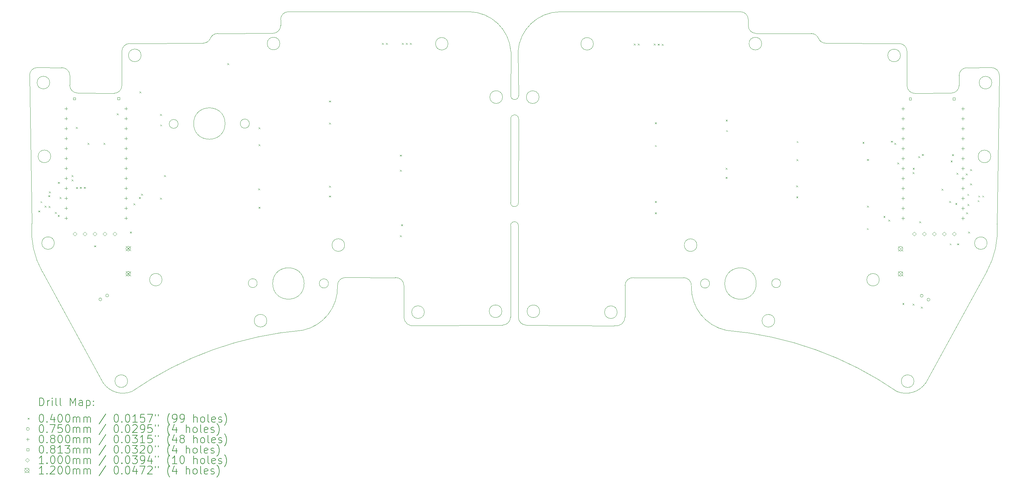
<source format=gbr>
%TF.GenerationSoftware,KiCad,Pcbnew,7.0.10-7.0.10~ubuntu22.04.1*%
%TF.CreationDate,2024-02-24T14:59:35-06:00*%
%TF.ProjectId,roadrunner,726f6164-7275-46e6-9e65-722e6b696361,rev?*%
%TF.SameCoordinates,Original*%
%TF.FileFunction,Drillmap*%
%TF.FilePolarity,Positive*%
%FSLAX45Y45*%
G04 Gerber Fmt 4.5, Leading zero omitted, Abs format (unit mm)*
G04 Created by KiCad (PCBNEW 7.0.10-7.0.10~ubuntu22.04.1) date 2024-02-24 14:59:35*
%MOMM*%
%LPD*%
G01*
G04 APERTURE LIST*
%ADD10C,0.100000*%
%ADD11C,0.200000*%
%ADD12C,0.120000*%
G04 APERTURE END LIST*
D10*
X3017558Y-6476427D02*
G75*
G03*
X2695502Y-6476427I-161028J0D01*
G01*
X2695502Y-6476427D02*
G75*
G03*
X3017558Y-6476427I161028J0D01*
G01*
X4973358Y-12204127D02*
G75*
G03*
X4651302Y-12204127I-161028J0D01*
G01*
X4651302Y-12204127D02*
G75*
G03*
X4973358Y-12204127I161028J0D01*
G01*
X8868131Y-2989130D02*
X8868874Y-3140873D01*
X12004603Y-9765202D02*
G75*
G03*
X11789719Y-9565630I-201987J-2013D01*
G01*
X9428592Y-10908727D02*
G75*
G03*
X10316373Y-9776376I-230854J1095185D01*
G01*
X14515931Y-4965427D02*
G75*
G03*
X14192073Y-4965427I-161929J0D01*
G01*
X14192073Y-4965427D02*
G75*
G03*
X14515931Y-4965427I161929J0D01*
G01*
X10465874Y-2789131D02*
X9069131Y-2788131D01*
X2537002Y-8193002D02*
G75*
G03*
X2799002Y-9411002I2120594J-181025D01*
G01*
X9466664Y-9716327D02*
G75*
G03*
X8666602Y-9716327I-400031J0D01*
G01*
X8666602Y-9716327D02*
G75*
G03*
X9466664Y-9716327I400031J0D01*
G01*
X8271602Y-9707327D02*
G75*
G03*
X8045310Y-9707327I-113146J0D01*
G01*
X8045310Y-9707327D02*
G75*
G03*
X8271602Y-9707327I113146J0D01*
G01*
X10085352Y-9714827D02*
G75*
G03*
X9853126Y-9714827I-116113J0D01*
G01*
X9853126Y-9714827D02*
G75*
G03*
X10085352Y-9714827I116113J0D01*
G01*
X12004603Y-10565827D02*
G75*
G03*
X12279509Y-10792664I228813J-2698D01*
G01*
X14520002Y-10776002D02*
X12279509Y-10792664D01*
X4828002Y-3799002D02*
X4828874Y-4669002D01*
X13128915Y-3606227D02*
G75*
G03*
X12810689Y-3606227I-159113J0D01*
G01*
X12810689Y-3606227D02*
G75*
G03*
X13128915Y-3606227I159113J0D01*
G01*
X9428592Y-10908727D02*
G75*
G03*
X5085002Y-12468002I737845J-8884871D01*
G01*
X2991794Y-4595927D02*
G75*
G03*
X2669738Y-4595927I-161028J0D01*
G01*
X2669738Y-4595927D02*
G75*
G03*
X2991794Y-4595927I161028J0D01*
G01*
X10512332Y-9564588D02*
G75*
G03*
X10316373Y-9776376I1974J-198377D01*
G01*
X5029002Y-3599008D02*
G75*
G03*
X4828002Y-3799002I-6J-200997D01*
G01*
X2679002Y-4212001D02*
G75*
G03*
X2478002Y-4413002I4J-201004D01*
G01*
X3500783Y-4661584D02*
X3503090Y-4415777D01*
X5851815Y-9619314D02*
G75*
G03*
X5533589Y-9619314I-159113J0D01*
G01*
X5533589Y-9619314D02*
G75*
G03*
X5851815Y-9619314I159113J0D01*
G01*
X9069131Y-2788129D02*
G75*
G03*
X8868131Y-2989130I6J-201006D01*
G01*
X4629002Y-4870002D02*
X3701783Y-4862584D01*
X8670002Y-3341873D02*
X7265130Y-3343130D01*
X2478002Y-4413002D02*
X2537002Y-8193002D01*
X7265130Y-3343129D02*
G75*
G03*
X7084002Y-3460002I2126J-202086D01*
G01*
X14728002Y-3810002D02*
G75*
G03*
X13658002Y-2789002I-1083366J-64183D01*
G01*
X6897002Y-3591002D02*
X5029002Y-3599002D01*
X10497858Y-8737027D02*
G75*
G03*
X10175802Y-8737027I-161028J0D01*
G01*
X10175802Y-8737027D02*
G75*
G03*
X10497858Y-8737027I161028J0D01*
G01*
X10512332Y-9564583D02*
X11789719Y-9565630D01*
X3109033Y-8686227D02*
G75*
G03*
X2789971Y-8686227I-159531J0D01*
G01*
X2789971Y-8686227D02*
G75*
G03*
X3109033Y-8686227I159531J0D01*
G01*
X4355002Y-12252002D02*
X2799002Y-9411002D01*
X5318030Y-3902427D02*
G75*
G03*
X4995974Y-3902427I-161028J0D01*
G01*
X4995974Y-3902427D02*
G75*
G03*
X5318030Y-3902427I161028J0D01*
G01*
X14499002Y-10423427D02*
G75*
G03*
X14176946Y-10423427I-161028J0D01*
G01*
X14176946Y-10423427D02*
G75*
G03*
X14499002Y-10423427I161028J0D01*
G01*
X12004602Y-9765202D02*
X12004602Y-10565302D01*
X3500787Y-4661584D02*
G75*
G03*
X3701783Y-4862584I201009J9D01*
G01*
X8670002Y-3341881D02*
G75*
G03*
X8868874Y-3140873I-2146J201006D01*
G01*
X4629002Y-4870009D02*
G75*
G03*
X4828874Y-4669002I-1136J201004D01*
G01*
X4354999Y-12252004D02*
G75*
G03*
X5085002Y-12468002I500088J348549D01*
G01*
X6897002Y-3591002D02*
G75*
G03*
X7084002Y-3460002I-6J198977D01*
G01*
X13658002Y-2789002D02*
X10465874Y-2789131D01*
X14520002Y-10776002D02*
G75*
G03*
X14719002Y-10575002I-2007J200997D01*
G01*
X12526030Y-10446427D02*
G75*
G03*
X12203974Y-10446427I-161028J0D01*
G01*
X12203974Y-10446427D02*
G75*
G03*
X12526030Y-10446427I161028J0D01*
G01*
X8518058Y-10664427D02*
G75*
G03*
X8196002Y-10664427I-161028J0D01*
G01*
X8196002Y-10664427D02*
G75*
G03*
X8518058Y-10664427I161028J0D01*
G01*
X8849058Y-3600427D02*
G75*
G03*
X8527002Y-3600427I-161028J0D01*
G01*
X8527002Y-3600427D02*
G75*
G03*
X8849058Y-3600427I161028J0D01*
G01*
X3503093Y-4415777D02*
G75*
G03*
X3298654Y-4214777I-201017J12D01*
G01*
X3298654Y-4214777D02*
X2679002Y-4212002D01*
X26134912Y-4417350D02*
X26137219Y-4663157D01*
X22553998Y-3461576D02*
G75*
G03*
X22372871Y-3344703I-183248J-85204D01*
G01*
X21111000Y-3602000D02*
G75*
G03*
X20788944Y-3602000I-161028J0D01*
G01*
X20788944Y-3602000D02*
G75*
G03*
X21111000Y-3602000I161028J0D01*
G01*
X26959000Y-4213575D02*
X26339347Y-4216350D01*
X22372871Y-3344703D02*
X20968000Y-3343446D01*
X24104413Y-9620887D02*
G75*
G03*
X23786187Y-9620887I-159113J0D01*
G01*
X23786187Y-9620887D02*
G75*
G03*
X24104413Y-9620887I159113J0D01*
G01*
X14720006Y-7657000D02*
G75*
G03*
X14919000Y-7660000I99504J-1050D01*
G01*
X27159995Y-4414575D02*
G75*
G03*
X26959000Y-4213575I-200995J5D01*
G01*
X24810003Y-3800575D02*
G75*
G03*
X24609000Y-3600575I-201003J-1005D01*
G01*
X14918999Y-8242000D02*
G75*
G03*
X14719000Y-8240000I-100009J40D01*
G01*
X24553001Y-12469574D02*
G75*
G03*
X20209410Y-10910300I-5081441J-7325616D01*
G01*
X22554003Y-3461574D02*
G75*
G03*
X22741000Y-3592575I186997J67964D01*
G01*
X27101000Y-8194575D02*
X27160000Y-4414575D01*
X16827313Y-3607800D02*
G75*
G03*
X16509087Y-3607800I-159113J0D01*
G01*
X16509087Y-3607800D02*
G75*
G03*
X16827313Y-3607800I159113J0D01*
G01*
X24986700Y-12205700D02*
G75*
G03*
X24664644Y-12205700I-161028J0D01*
G01*
X24664644Y-12205700D02*
G75*
G03*
X24986700Y-12205700I161028J0D01*
G01*
X8073019Y-5641300D02*
G75*
G03*
X7840792Y-5641300I-116113J0D01*
G01*
X7840792Y-5641300D02*
G75*
G03*
X8073019Y-5641300I116113J0D01*
G01*
X14924000Y-4931000D02*
X14910000Y-3812100D01*
X26839000Y-9412575D02*
X25283000Y-12253575D01*
X14923010Y-5520000D02*
X14919000Y-7660000D01*
X24809128Y-4670575D02*
X24810000Y-3800575D01*
X26968264Y-4597500D02*
G75*
G03*
X26646208Y-4597500I-161028J0D01*
G01*
X26646208Y-4597500D02*
G75*
G03*
X26968264Y-4597500I161028J0D01*
G01*
X14719000Y-10575000D02*
X14719000Y-8240000D01*
X21442000Y-10666000D02*
G75*
G03*
X21119944Y-10666000I-161028J0D01*
G01*
X21119944Y-10666000D02*
G75*
G03*
X21442000Y-10666000I161028J0D01*
G01*
X26942500Y-6478000D02*
G75*
G03*
X26620444Y-6478000I-161028J0D01*
G01*
X26620444Y-6478000D02*
G75*
G03*
X26942500Y-6478000I161028J0D01*
G01*
X14923005Y-5520000D02*
G75*
G03*
X14724000Y-5513000I-99556J2000D01*
G01*
X19462200Y-8738600D02*
G75*
G03*
X19140144Y-8738600I-161028J0D01*
G01*
X19140144Y-8738600D02*
G75*
G03*
X19462200Y-8738600I161028J0D01*
G01*
X14724001Y-4929000D02*
G75*
G03*
X14924000Y-4931000I99999J-1040D01*
G01*
X7454331Y-5639800D02*
G75*
G03*
X6654269Y-5639800I-400031J0D01*
G01*
X6654269Y-5639800D02*
G75*
G03*
X7454331Y-5639800I400031J0D01*
G01*
X26339348Y-4216344D02*
G75*
G03*
X26134912Y-4417350I-3410J-200997D01*
G01*
X14724000Y-4929000D02*
X14728000Y-3810000D01*
X17848283Y-9567203D02*
X19125670Y-9566156D01*
X26848031Y-8687800D02*
G75*
G03*
X26528969Y-8687800I-159531J0D01*
G01*
X26528969Y-8687800D02*
G75*
G03*
X26848031Y-8687800I159531J0D01*
G01*
X24642028Y-3904000D02*
G75*
G03*
X24319972Y-3904000I-161028J0D01*
G01*
X24319972Y-3904000D02*
G75*
G03*
X24642028Y-3904000I161028J0D01*
G01*
X6259269Y-5648800D02*
G75*
G03*
X6032977Y-5648800I-113146J0D01*
G01*
X6032977Y-5648800D02*
G75*
G03*
X6259269Y-5648800I113146J0D01*
G01*
X17633400Y-10566875D02*
X17633400Y-9766775D01*
X19784876Y-9716400D02*
G75*
G03*
X19552650Y-9716400I-116113J0D01*
G01*
X19552650Y-9716400D02*
G75*
G03*
X19784876Y-9716400I116113J0D01*
G01*
X15980000Y-2790573D02*
G75*
G03*
X14910000Y-3811575I13370J-1085187D01*
G01*
X19321630Y-9777949D02*
G75*
G03*
X19125670Y-9566156I-197940J13409D01*
G01*
X15461056Y-10425000D02*
G75*
G03*
X15139000Y-10425000I-161028J0D01*
G01*
X15139000Y-10425000D02*
G75*
G03*
X15461056Y-10425000I161028J0D01*
G01*
X14720000Y-7657000D02*
X14724000Y-5513000D01*
X20769132Y-3142446D02*
G75*
G03*
X20968000Y-3343446I201008J-4D01*
G01*
X24553002Y-12469570D02*
G75*
G03*
X25283000Y-12253575I229918J564530D01*
G01*
X20769867Y-2990703D02*
G75*
G03*
X20568872Y-2789703I-200997J3D01*
G01*
X19172129Y-2790703D02*
X15980000Y-2790575D01*
X14918995Y-10576575D02*
G75*
G03*
X15118000Y-10777575I201015J5D01*
G01*
X17434028Y-10448000D02*
G75*
G03*
X17111972Y-10448000I-161028J0D01*
G01*
X17111972Y-10448000D02*
G75*
G03*
X17434028Y-10448000I161028J0D01*
G01*
X25936219Y-4864152D02*
G75*
G03*
X26137219Y-4663157I-2J201002D01*
G01*
X17358493Y-10794237D02*
X15118000Y-10777575D01*
X17358493Y-10794235D02*
G75*
G03*
X17633400Y-10567400I46097J224135D01*
G01*
X21592692Y-9708900D02*
G75*
G03*
X21366400Y-9708900I-113146J0D01*
G01*
X21366400Y-9708900D02*
G75*
G03*
X21592692Y-9708900I113146J0D01*
G01*
X14919000Y-8242000D02*
X14919000Y-10577000D01*
X20971400Y-9717900D02*
G75*
G03*
X20171338Y-9717900I-400031J0D01*
G01*
X20171338Y-9717900D02*
G75*
G03*
X20971400Y-9717900I400031J0D01*
G01*
X25936219Y-4864157D02*
X25009000Y-4871575D01*
X26839000Y-9412575D02*
G75*
G03*
X27101000Y-8194575I-1858590J1036975D01*
G01*
X20568872Y-2789703D02*
X19172129Y-2790703D01*
X24609000Y-3600575D02*
X22741000Y-3592575D01*
X15445929Y-4967000D02*
G75*
G03*
X15122071Y-4967000I-161929J0D01*
G01*
X15122071Y-4967000D02*
G75*
G03*
X15445929Y-4967000I161929J0D01*
G01*
X19321632Y-9777949D02*
G75*
G03*
X20209410Y-10910300I1118628J-37171D01*
G01*
X24809132Y-4670575D02*
G75*
G03*
X25009000Y-4871575I200998J-5D01*
G01*
X17848283Y-9567202D02*
G75*
G03*
X17633400Y-9766775I-12893J-201588D01*
G01*
X20769129Y-3142446D02*
X20769872Y-2990703D01*
D11*
D10*
X2703500Y-7856000D02*
X2743500Y-7896000D01*
X2743500Y-7856000D02*
X2703500Y-7896000D01*
X2755500Y-7620000D02*
X2795500Y-7660000D01*
X2795500Y-7620000D02*
X2755500Y-7660000D01*
X2862421Y-7736130D02*
X2902421Y-7776130D01*
X2902421Y-7736130D02*
X2862421Y-7776130D01*
X2957399Y-7467495D02*
X2997399Y-7507495D01*
X2997399Y-7467495D02*
X2957399Y-7507495D01*
X2962235Y-7742235D02*
X3002235Y-7782235D01*
X3002235Y-7742235D02*
X2962235Y-7782235D01*
X2974589Y-7368983D02*
X3014589Y-7408983D01*
X3014589Y-7368983D02*
X2974589Y-7408983D01*
X3125000Y-7895000D02*
X3165000Y-7935000D01*
X3165000Y-7895000D02*
X3125000Y-7935000D01*
X3197500Y-7968279D02*
X3237500Y-8008279D01*
X3237500Y-7968279D02*
X3197500Y-8008279D01*
X3202000Y-7127000D02*
X3242000Y-7167000D01*
X3242000Y-7127000D02*
X3202000Y-7167000D01*
X3244149Y-7512844D02*
X3284149Y-7552844D01*
X3284149Y-7512844D02*
X3244149Y-7552844D01*
X3548000Y-6957000D02*
X3588000Y-6997000D01*
X3588000Y-6957000D02*
X3548000Y-6997000D01*
X3551000Y-7065500D02*
X3591000Y-7105500D01*
X3591000Y-7065500D02*
X3551000Y-7105500D01*
X3656000Y-5724469D02*
X3696000Y-5764469D01*
X3696000Y-5724469D02*
X3656000Y-5764469D01*
X3661815Y-7257815D02*
X3701815Y-7297815D01*
X3701815Y-7257815D02*
X3661815Y-7297815D01*
X3761788Y-7255476D02*
X3801788Y-7295476D01*
X3801788Y-7255476D02*
X3761788Y-7295476D01*
X3864000Y-7255795D02*
X3904000Y-7295795D01*
X3904000Y-7255795D02*
X3864000Y-7295795D01*
X3957000Y-6133000D02*
X3997000Y-6173000D01*
X3997000Y-6133000D02*
X3957000Y-6173000D01*
X4124945Y-8745055D02*
X4164945Y-8785055D01*
X4164945Y-8745055D02*
X4124945Y-8785055D01*
X4360000Y-6134000D02*
X4400000Y-6174000D01*
X4400000Y-6134000D02*
X4360000Y-6174000D01*
X4701000Y-5378000D02*
X4741000Y-5418000D01*
X4741000Y-5378000D02*
X4701000Y-5418000D01*
X5034000Y-8391000D02*
X5074000Y-8431000D01*
X5074000Y-8391000D02*
X5034000Y-8431000D01*
X5121265Y-7671265D02*
X5161265Y-7711265D01*
X5161265Y-7671265D02*
X5121265Y-7711265D01*
X5262000Y-7514000D02*
X5302000Y-7554000D01*
X5302000Y-7514000D02*
X5262000Y-7554000D01*
X5278000Y-4818000D02*
X5318000Y-4858000D01*
X5318000Y-4818000D02*
X5278000Y-4858000D01*
X5317167Y-7430593D02*
X5357167Y-7470593D01*
X5357167Y-7430593D02*
X5317167Y-7470593D01*
X5802215Y-5398215D02*
X5842215Y-5438215D01*
X5842215Y-5398215D02*
X5802215Y-5438215D01*
X5802600Y-7531000D02*
X5842600Y-7571000D01*
X5842600Y-7531000D02*
X5802600Y-7571000D01*
X5804865Y-5664265D02*
X5844865Y-5704265D01*
X5844865Y-5664265D02*
X5804865Y-5704265D01*
X5900000Y-6957000D02*
X5940000Y-6997000D01*
X5940000Y-6957000D02*
X5900000Y-6997000D01*
X7511000Y-4099500D02*
X7551000Y-4139500D01*
X7551000Y-4099500D02*
X7511000Y-4139500D01*
X8299000Y-7291000D02*
X8339000Y-7331000D01*
X8339000Y-7291000D02*
X8299000Y-7331000D01*
X8304000Y-6169000D02*
X8344000Y-6209000D01*
X8344000Y-6169000D02*
X8304000Y-6209000D01*
X8304000Y-7763000D02*
X8344000Y-7803000D01*
X8344000Y-7763000D02*
X8304000Y-7803000D01*
X8309285Y-5734085D02*
X8349285Y-5774085D01*
X8349285Y-5734085D02*
X8309285Y-5774085D01*
X10102800Y-5617000D02*
X10142800Y-5657000D01*
X10142800Y-5617000D02*
X10102800Y-5657000D01*
X10102800Y-7474958D02*
X10142800Y-7514958D01*
X10142800Y-7474958D02*
X10102800Y-7514958D01*
X10104000Y-5054000D02*
X10144000Y-5094000D01*
X10144000Y-5054000D02*
X10104000Y-5094000D01*
X10104000Y-7226500D02*
X10144000Y-7266500D01*
X10144000Y-7226500D02*
X10104000Y-7266500D01*
X11448100Y-3586800D02*
X11488100Y-3626800D01*
X11488100Y-3586800D02*
X11448100Y-3626800D01*
X11549700Y-3586800D02*
X11589700Y-3626800D01*
X11589700Y-3586800D02*
X11549700Y-3626800D01*
X11905300Y-8489000D02*
X11945300Y-8529000D01*
X11945300Y-8489000D02*
X11905300Y-8529000D01*
X11905400Y-6816000D02*
X11945400Y-6856000D01*
X11945400Y-6816000D02*
X11905400Y-6856000D01*
X11907000Y-6433000D02*
X11947000Y-6473000D01*
X11947000Y-6433000D02*
X11907000Y-6473000D01*
X11935000Y-8207000D02*
X11975000Y-8247000D01*
X11975000Y-8207000D02*
X11935000Y-8247000D01*
X11956100Y-3586800D02*
X11996100Y-3626800D01*
X11996100Y-3586800D02*
X11956100Y-3626800D01*
X12057700Y-3586800D02*
X12097700Y-3626800D01*
X12097700Y-3586800D02*
X12057700Y-3626800D01*
X12159300Y-3586800D02*
X12199300Y-3626800D01*
X12199300Y-3586800D02*
X12159300Y-3626800D01*
X17854000Y-3599000D02*
X17894000Y-3639000D01*
X17894000Y-3599000D02*
X17854000Y-3639000D01*
X17956000Y-3600000D02*
X17996000Y-3640000D01*
X17996000Y-3600000D02*
X17956000Y-3640000D01*
X18364000Y-3604000D02*
X18404000Y-3644000D01*
X18404000Y-3604000D02*
X18364000Y-3644000D01*
X18393235Y-7615235D02*
X18433235Y-7655235D01*
X18433235Y-7615235D02*
X18393235Y-7655235D01*
X18394000Y-7903000D02*
X18434000Y-7943000D01*
X18434000Y-7903000D02*
X18394000Y-7943000D01*
X18395000Y-5610000D02*
X18435000Y-5650000D01*
X18435000Y-5610000D02*
X18395000Y-5650000D01*
X18395000Y-6189000D02*
X18435000Y-6229000D01*
X18435000Y-6189000D02*
X18395000Y-6229000D01*
X18464000Y-3606000D02*
X18504000Y-3646000D01*
X18504000Y-3606000D02*
X18464000Y-3646000D01*
X18569000Y-3612000D02*
X18609000Y-3652000D01*
X18609000Y-3612000D02*
X18569000Y-3652000D01*
X20194000Y-7000500D02*
X20234000Y-7040500D01*
X20234000Y-7000500D02*
X20194000Y-7040500D01*
X20196000Y-6765500D02*
X20236000Y-6805500D01*
X20236000Y-6765500D02*
X20196000Y-6805500D01*
X20198000Y-5540500D02*
X20238000Y-5580500D01*
X20238000Y-5540500D02*
X20198000Y-5580500D01*
X20207000Y-5808000D02*
X20247000Y-5848000D01*
X20247000Y-5808000D02*
X20207000Y-5848000D01*
X21988000Y-7216500D02*
X22028000Y-7256500D01*
X22028000Y-7216500D02*
X21988000Y-7256500D01*
X21993000Y-7496500D02*
X22033000Y-7536500D01*
X22033000Y-7496500D02*
X21993000Y-7536500D01*
X21994000Y-6550000D02*
X22034000Y-6590000D01*
X22034000Y-6550000D02*
X21994000Y-6590000D01*
X22002000Y-6086500D02*
X22042000Y-6126500D01*
X22042000Y-6086500D02*
X22002000Y-6126500D01*
X23678000Y-6110000D02*
X23718000Y-6150000D01*
X23718000Y-6110000D02*
X23678000Y-6150000D01*
X23787000Y-8304000D02*
X23827000Y-8344000D01*
X23827000Y-8304000D02*
X23787000Y-8344000D01*
X23792000Y-6544000D02*
X23832000Y-6584000D01*
X23832000Y-6544000D02*
X23792000Y-6584000D01*
X23792000Y-7736000D02*
X23832000Y-7776000D01*
X23832000Y-7736000D02*
X23792000Y-7776000D01*
X24209735Y-7995735D02*
X24249735Y-8035735D01*
X24249735Y-7995735D02*
X24209735Y-8035735D01*
X24333000Y-8090000D02*
X24373000Y-8130000D01*
X24373000Y-8090000D02*
X24333000Y-8130000D01*
X24402000Y-6077000D02*
X24442000Y-6117000D01*
X24442000Y-6077000D02*
X24402000Y-6117000D01*
X24485000Y-6136000D02*
X24525000Y-6176000D01*
X24525000Y-6136000D02*
X24485000Y-6176000D01*
X24564000Y-6633000D02*
X24604000Y-6673000D01*
X24604000Y-6633000D02*
X24564000Y-6673000D01*
X24694000Y-10215000D02*
X24734000Y-10255000D01*
X24734000Y-10215000D02*
X24694000Y-10255000D01*
X24949000Y-10231000D02*
X24989000Y-10271000D01*
X24989000Y-10231000D02*
X24949000Y-10271000D01*
X24949695Y-6877695D02*
X24989695Y-6917695D01*
X24989695Y-6877695D02*
X24949695Y-6917695D01*
X24954790Y-6770070D02*
X24994790Y-6810070D01*
X24994790Y-6770070D02*
X24954790Y-6810070D01*
X25093045Y-6473955D02*
X25133045Y-6513955D01*
X25133045Y-6473955D02*
X25093045Y-6513955D01*
X25121000Y-8131000D02*
X25161000Y-8171000D01*
X25161000Y-8131000D02*
X25121000Y-8171000D01*
X25163000Y-10310148D02*
X25203000Y-10350148D01*
X25203000Y-10310148D02*
X25163000Y-10350148D01*
X25188415Y-6416585D02*
X25228415Y-6456585D01*
X25228415Y-6416585D02*
X25188415Y-6456585D01*
X25691000Y-7302000D02*
X25731000Y-7342000D01*
X25731000Y-7302000D02*
X25691000Y-7342000D01*
X25886000Y-7614000D02*
X25926000Y-7654000D01*
X25926000Y-7614000D02*
X25886000Y-7654000D01*
X25895000Y-8694265D02*
X25935000Y-8734265D01*
X25935000Y-8694265D02*
X25895000Y-8734265D01*
X25921000Y-6579000D02*
X25961000Y-6619000D01*
X25961000Y-6579000D02*
X25921000Y-6619000D01*
X25954000Y-6424000D02*
X25994000Y-6464000D01*
X25994000Y-6424000D02*
X25954000Y-6464000D01*
X26038904Y-7665489D02*
X26078904Y-7705489D01*
X26078904Y-7665489D02*
X26038904Y-7705489D01*
X26070389Y-6897858D02*
X26110389Y-6937858D01*
X26110389Y-6897858D02*
X26070389Y-6937858D01*
X26086265Y-8694265D02*
X26126265Y-8734265D01*
X26126265Y-8694265D02*
X26086265Y-8734265D01*
X26307000Y-6910000D02*
X26347000Y-6950000D01*
X26347000Y-6910000D02*
X26307000Y-6950000D01*
X26312000Y-7903000D02*
X26352000Y-7943000D01*
X26352000Y-7903000D02*
X26312000Y-7943000D01*
X26345000Y-7432000D02*
X26385000Y-7472000D01*
X26385000Y-7432000D02*
X26345000Y-7472000D01*
X26346000Y-7693000D02*
X26386000Y-7733000D01*
X26386000Y-7693000D02*
X26346000Y-7733000D01*
X26364000Y-8392000D02*
X26404000Y-8432000D01*
X26404000Y-8392000D02*
X26364000Y-8432000D01*
X26417500Y-7165000D02*
X26457500Y-7205000D01*
X26457500Y-7165000D02*
X26417500Y-7205000D01*
X26417765Y-6803235D02*
X26457765Y-6843235D01*
X26457765Y-6803235D02*
X26417765Y-6843235D01*
X26607000Y-7594000D02*
X26647000Y-7634000D01*
X26647000Y-7594000D02*
X26607000Y-7634000D01*
X26622880Y-7475200D02*
X26662880Y-7515200D01*
X26662880Y-7475200D02*
X26622880Y-7515200D01*
X26725242Y-7474255D02*
X26765242Y-7514255D01*
X26765242Y-7474255D02*
X26725242Y-7514255D01*
X4317500Y-10122000D02*
G75*
G03*
X4242500Y-10122000I-37500J0D01*
G01*
X4242500Y-10122000D02*
G75*
G03*
X4317500Y-10122000I37500J0D01*
G01*
X4490705Y-10022000D02*
G75*
G03*
X4415705Y-10022000I-37500J0D01*
G01*
X4415705Y-10022000D02*
G75*
G03*
X4490705Y-10022000I37500J0D01*
G01*
X25220275Y-10028250D02*
G75*
G03*
X25145275Y-10028250I-37500J0D01*
G01*
X25145275Y-10028250D02*
G75*
G03*
X25220275Y-10028250I37500J0D01*
G01*
X25393480Y-10128250D02*
G75*
G03*
X25318480Y-10128250I-37500J0D01*
G01*
X25318480Y-10128250D02*
G75*
G03*
X25393480Y-10128250I37500J0D01*
G01*
X3409000Y-5217000D02*
X3409000Y-5297000D01*
X3369000Y-5257000D02*
X3449000Y-5257000D01*
X3409000Y-5471000D02*
X3409000Y-5551000D01*
X3369000Y-5511000D02*
X3449000Y-5511000D01*
X3409000Y-5725000D02*
X3409000Y-5805000D01*
X3369000Y-5765000D02*
X3449000Y-5765000D01*
X3409000Y-5979000D02*
X3409000Y-6059000D01*
X3369000Y-6019000D02*
X3449000Y-6019000D01*
X3409000Y-6233000D02*
X3409000Y-6313000D01*
X3369000Y-6273000D02*
X3449000Y-6273000D01*
X3409000Y-6487000D02*
X3409000Y-6567000D01*
X3369000Y-6527000D02*
X3449000Y-6527000D01*
X3409000Y-6741000D02*
X3409000Y-6821000D01*
X3369000Y-6781000D02*
X3449000Y-6781000D01*
X3409000Y-6995000D02*
X3409000Y-7075000D01*
X3369000Y-7035000D02*
X3449000Y-7035000D01*
X3409000Y-7249000D02*
X3409000Y-7329000D01*
X3369000Y-7289000D02*
X3449000Y-7289000D01*
X3409000Y-7503000D02*
X3409000Y-7583000D01*
X3369000Y-7543000D02*
X3449000Y-7543000D01*
X3409000Y-7757000D02*
X3409000Y-7837000D01*
X3369000Y-7797000D02*
X3449000Y-7797000D01*
X3409000Y-8011000D02*
X3409000Y-8091000D01*
X3369000Y-8051000D02*
X3449000Y-8051000D01*
X4933000Y-5217000D02*
X4933000Y-5297000D01*
X4893000Y-5257000D02*
X4973000Y-5257000D01*
X4933000Y-5471000D02*
X4933000Y-5551000D01*
X4893000Y-5511000D02*
X4973000Y-5511000D01*
X4933000Y-5725000D02*
X4933000Y-5805000D01*
X4893000Y-5765000D02*
X4973000Y-5765000D01*
X4933000Y-5979000D02*
X4933000Y-6059000D01*
X4893000Y-6019000D02*
X4973000Y-6019000D01*
X4933000Y-6233000D02*
X4933000Y-6313000D01*
X4893000Y-6273000D02*
X4973000Y-6273000D01*
X4933000Y-6487000D02*
X4933000Y-6567000D01*
X4893000Y-6527000D02*
X4973000Y-6527000D01*
X4933000Y-6741000D02*
X4933000Y-6821000D01*
X4893000Y-6781000D02*
X4973000Y-6781000D01*
X4933000Y-6995000D02*
X4933000Y-7075000D01*
X4893000Y-7035000D02*
X4973000Y-7035000D01*
X4933000Y-7249000D02*
X4933000Y-7329000D01*
X4893000Y-7289000D02*
X4973000Y-7289000D01*
X4933000Y-7503000D02*
X4933000Y-7583000D01*
X4893000Y-7543000D02*
X4973000Y-7543000D01*
X4933000Y-7757000D02*
X4933000Y-7837000D01*
X4893000Y-7797000D02*
X4973000Y-7797000D01*
X4933000Y-8011000D02*
X4933000Y-8091000D01*
X4893000Y-8051000D02*
X4973000Y-8051000D01*
X24707000Y-5221000D02*
X24707000Y-5301000D01*
X24667000Y-5261000D02*
X24747000Y-5261000D01*
X24707000Y-5475000D02*
X24707000Y-5555000D01*
X24667000Y-5515000D02*
X24747000Y-5515000D01*
X24707000Y-5729000D02*
X24707000Y-5809000D01*
X24667000Y-5769000D02*
X24747000Y-5769000D01*
X24707000Y-5983000D02*
X24707000Y-6063000D01*
X24667000Y-6023000D02*
X24747000Y-6023000D01*
X24707000Y-6237000D02*
X24707000Y-6317000D01*
X24667000Y-6277000D02*
X24747000Y-6277000D01*
X24707000Y-6491000D02*
X24707000Y-6571000D01*
X24667000Y-6531000D02*
X24747000Y-6531000D01*
X24707000Y-6745000D02*
X24707000Y-6825000D01*
X24667000Y-6785000D02*
X24747000Y-6785000D01*
X24707000Y-6999000D02*
X24707000Y-7079000D01*
X24667000Y-7039000D02*
X24747000Y-7039000D01*
X24707000Y-7253000D02*
X24707000Y-7333000D01*
X24667000Y-7293000D02*
X24747000Y-7293000D01*
X24707000Y-7507000D02*
X24707000Y-7587000D01*
X24667000Y-7547000D02*
X24747000Y-7547000D01*
X24707000Y-7761000D02*
X24707000Y-7841000D01*
X24667000Y-7801000D02*
X24747000Y-7801000D01*
X24707000Y-8015000D02*
X24707000Y-8095000D01*
X24667000Y-8055000D02*
X24747000Y-8055000D01*
X26231000Y-5221000D02*
X26231000Y-5301000D01*
X26191000Y-5261000D02*
X26271000Y-5261000D01*
X26231000Y-5475000D02*
X26231000Y-5555000D01*
X26191000Y-5515000D02*
X26271000Y-5515000D01*
X26231000Y-5729000D02*
X26231000Y-5809000D01*
X26191000Y-5769000D02*
X26271000Y-5769000D01*
X26231000Y-5983000D02*
X26231000Y-6063000D01*
X26191000Y-6023000D02*
X26271000Y-6023000D01*
X26231000Y-6237000D02*
X26231000Y-6317000D01*
X26191000Y-6277000D02*
X26271000Y-6277000D01*
X26231000Y-6491000D02*
X26231000Y-6571000D01*
X26191000Y-6531000D02*
X26271000Y-6531000D01*
X26231000Y-6745000D02*
X26231000Y-6825000D01*
X26191000Y-6785000D02*
X26271000Y-6785000D01*
X26231000Y-6999000D02*
X26231000Y-7079000D01*
X26191000Y-7039000D02*
X26271000Y-7039000D01*
X26231000Y-7253000D02*
X26231000Y-7333000D01*
X26191000Y-7293000D02*
X26271000Y-7293000D01*
X26231000Y-7507000D02*
X26231000Y-7587000D01*
X26191000Y-7547000D02*
X26271000Y-7547000D01*
X26231000Y-7761000D02*
X26231000Y-7841000D01*
X26191000Y-7801000D02*
X26271000Y-7801000D01*
X26231000Y-8015000D02*
X26231000Y-8095000D01*
X26191000Y-8055000D02*
X26271000Y-8055000D01*
X3648737Y-5033737D02*
X3648737Y-4976263D01*
X3591263Y-4976263D01*
X3591263Y-5033737D01*
X3648737Y-5033737D01*
X4775737Y-5031737D02*
X4775737Y-4974263D01*
X4718263Y-4974263D01*
X4718263Y-5031737D01*
X4775737Y-5031737D01*
X24920617Y-5037807D02*
X24920617Y-4980333D01*
X24863143Y-4980333D01*
X24863143Y-5037807D01*
X24920617Y-5037807D01*
X26033617Y-5035807D02*
X26033617Y-4978333D01*
X25976143Y-4978333D01*
X25976143Y-5035807D01*
X26033617Y-5035807D01*
X3629000Y-8500000D02*
X3679000Y-8450000D01*
X3629000Y-8400000D01*
X3579000Y-8450000D01*
X3629000Y-8500000D01*
X3883000Y-8500000D02*
X3933000Y-8450000D01*
X3883000Y-8400000D01*
X3833000Y-8450000D01*
X3883000Y-8500000D01*
X4137000Y-8500000D02*
X4187000Y-8450000D01*
X4137000Y-8400000D01*
X4087000Y-8450000D01*
X4137000Y-8500000D01*
X4391000Y-8500000D02*
X4441000Y-8450000D01*
X4391000Y-8400000D01*
X4341000Y-8450000D01*
X4391000Y-8500000D01*
X4645000Y-8500000D02*
X4695000Y-8450000D01*
X4645000Y-8400000D01*
X4595000Y-8450000D01*
X4645000Y-8500000D01*
X24990500Y-8500000D02*
X25040500Y-8450000D01*
X24990500Y-8400000D01*
X24940500Y-8450000D01*
X24990500Y-8500000D01*
X25244500Y-8500000D02*
X25294500Y-8450000D01*
X25244500Y-8400000D01*
X25194500Y-8450000D01*
X25244500Y-8500000D01*
X25498500Y-8500000D02*
X25548500Y-8450000D01*
X25498500Y-8400000D01*
X25448500Y-8450000D01*
X25498500Y-8500000D01*
X25752500Y-8500000D02*
X25802500Y-8450000D01*
X25752500Y-8400000D01*
X25702500Y-8450000D01*
X25752500Y-8500000D01*
X26006500Y-8500000D02*
X26056500Y-8450000D01*
X26006500Y-8400000D01*
X25956500Y-8450000D01*
X26006500Y-8500000D01*
D12*
X4931000Y-8767000D02*
X5051000Y-8887000D01*
X5051000Y-8767000D02*
X4931000Y-8887000D01*
X5051000Y-8827000D02*
G75*
G03*
X4931000Y-8827000I-60000J0D01*
G01*
X4931000Y-8827000D02*
G75*
G03*
X5051000Y-8827000I60000J0D01*
G01*
X4931000Y-9407000D02*
X5051000Y-9527000D01*
X5051000Y-9407000D02*
X4931000Y-9527000D01*
X5051000Y-9467000D02*
G75*
G03*
X4931000Y-9467000I-60000J0D01*
G01*
X4931000Y-9467000D02*
G75*
G03*
X5051000Y-9467000I60000J0D01*
G01*
X24584000Y-8770000D02*
X24704000Y-8890000D01*
X24704000Y-8770000D02*
X24584000Y-8890000D01*
X24704000Y-8830000D02*
G75*
G03*
X24584000Y-8830000I-60000J0D01*
G01*
X24584000Y-8830000D02*
G75*
G03*
X24704000Y-8830000I60000J0D01*
G01*
X24584000Y-9410000D02*
X24704000Y-9530000D01*
X24704000Y-9410000D02*
X24584000Y-9530000D01*
X24704000Y-9470000D02*
G75*
G03*
X24584000Y-9470000I-60000J0D01*
G01*
X24584000Y-9470000D02*
G75*
G03*
X24704000Y-9470000I60000J0D01*
G01*
D11*
X2733779Y-12831078D02*
X2733779Y-12631078D01*
X2733779Y-12631078D02*
X2781398Y-12631078D01*
X2781398Y-12631078D02*
X2809969Y-12640602D01*
X2809969Y-12640602D02*
X2829017Y-12659650D01*
X2829017Y-12659650D02*
X2838541Y-12678697D01*
X2838541Y-12678697D02*
X2848064Y-12716792D01*
X2848064Y-12716792D02*
X2848064Y-12745364D01*
X2848064Y-12745364D02*
X2838541Y-12783459D01*
X2838541Y-12783459D02*
X2829017Y-12802507D01*
X2829017Y-12802507D02*
X2809969Y-12821554D01*
X2809969Y-12821554D02*
X2781398Y-12831078D01*
X2781398Y-12831078D02*
X2733779Y-12831078D01*
X2933779Y-12831078D02*
X2933779Y-12697745D01*
X2933779Y-12735840D02*
X2943303Y-12716792D01*
X2943303Y-12716792D02*
X2952826Y-12707269D01*
X2952826Y-12707269D02*
X2971874Y-12697745D01*
X2971874Y-12697745D02*
X2990922Y-12697745D01*
X3057588Y-12831078D02*
X3057588Y-12697745D01*
X3057588Y-12631078D02*
X3048064Y-12640602D01*
X3048064Y-12640602D02*
X3057588Y-12650126D01*
X3057588Y-12650126D02*
X3067112Y-12640602D01*
X3067112Y-12640602D02*
X3057588Y-12631078D01*
X3057588Y-12631078D02*
X3057588Y-12650126D01*
X3181398Y-12831078D02*
X3162350Y-12821554D01*
X3162350Y-12821554D02*
X3152826Y-12802507D01*
X3152826Y-12802507D02*
X3152826Y-12631078D01*
X3286160Y-12831078D02*
X3267112Y-12821554D01*
X3267112Y-12821554D02*
X3257588Y-12802507D01*
X3257588Y-12802507D02*
X3257588Y-12631078D01*
X3514731Y-12831078D02*
X3514731Y-12631078D01*
X3514731Y-12631078D02*
X3581398Y-12773935D01*
X3581398Y-12773935D02*
X3648064Y-12631078D01*
X3648064Y-12631078D02*
X3648064Y-12831078D01*
X3829017Y-12831078D02*
X3829017Y-12726316D01*
X3829017Y-12726316D02*
X3819493Y-12707269D01*
X3819493Y-12707269D02*
X3800445Y-12697745D01*
X3800445Y-12697745D02*
X3762350Y-12697745D01*
X3762350Y-12697745D02*
X3743303Y-12707269D01*
X3829017Y-12821554D02*
X3809969Y-12831078D01*
X3809969Y-12831078D02*
X3762350Y-12831078D01*
X3762350Y-12831078D02*
X3743303Y-12821554D01*
X3743303Y-12821554D02*
X3733779Y-12802507D01*
X3733779Y-12802507D02*
X3733779Y-12783459D01*
X3733779Y-12783459D02*
X3743303Y-12764411D01*
X3743303Y-12764411D02*
X3762350Y-12754888D01*
X3762350Y-12754888D02*
X3809969Y-12754888D01*
X3809969Y-12754888D02*
X3829017Y-12745364D01*
X3924255Y-12697745D02*
X3924255Y-12897745D01*
X3924255Y-12707269D02*
X3943303Y-12697745D01*
X3943303Y-12697745D02*
X3981398Y-12697745D01*
X3981398Y-12697745D02*
X4000445Y-12707269D01*
X4000445Y-12707269D02*
X4009969Y-12716792D01*
X4009969Y-12716792D02*
X4019493Y-12735840D01*
X4019493Y-12735840D02*
X4019493Y-12792983D01*
X4019493Y-12792983D02*
X4009969Y-12812030D01*
X4009969Y-12812030D02*
X4000445Y-12821554D01*
X4000445Y-12821554D02*
X3981398Y-12831078D01*
X3981398Y-12831078D02*
X3943303Y-12831078D01*
X3943303Y-12831078D02*
X3924255Y-12821554D01*
X4105207Y-12812030D02*
X4114731Y-12821554D01*
X4114731Y-12821554D02*
X4105207Y-12831078D01*
X4105207Y-12831078D02*
X4095684Y-12821554D01*
X4095684Y-12821554D02*
X4105207Y-12812030D01*
X4105207Y-12812030D02*
X4105207Y-12831078D01*
X4105207Y-12707269D02*
X4114731Y-12716792D01*
X4114731Y-12716792D02*
X4105207Y-12726316D01*
X4105207Y-12726316D02*
X4095684Y-12716792D01*
X4095684Y-12716792D02*
X4105207Y-12707269D01*
X4105207Y-12707269D02*
X4105207Y-12726316D01*
D10*
X2433002Y-13139594D02*
X2473002Y-13179594D01*
X2473002Y-13139594D02*
X2433002Y-13179594D01*
D11*
X2771874Y-13051078D02*
X2790922Y-13051078D01*
X2790922Y-13051078D02*
X2809969Y-13060602D01*
X2809969Y-13060602D02*
X2819493Y-13070126D01*
X2819493Y-13070126D02*
X2829017Y-13089173D01*
X2829017Y-13089173D02*
X2838541Y-13127269D01*
X2838541Y-13127269D02*
X2838541Y-13174888D01*
X2838541Y-13174888D02*
X2829017Y-13212983D01*
X2829017Y-13212983D02*
X2819493Y-13232030D01*
X2819493Y-13232030D02*
X2809969Y-13241554D01*
X2809969Y-13241554D02*
X2790922Y-13251078D01*
X2790922Y-13251078D02*
X2771874Y-13251078D01*
X2771874Y-13251078D02*
X2752826Y-13241554D01*
X2752826Y-13241554D02*
X2743303Y-13232030D01*
X2743303Y-13232030D02*
X2733779Y-13212983D01*
X2733779Y-13212983D02*
X2724255Y-13174888D01*
X2724255Y-13174888D02*
X2724255Y-13127269D01*
X2724255Y-13127269D02*
X2733779Y-13089173D01*
X2733779Y-13089173D02*
X2743303Y-13070126D01*
X2743303Y-13070126D02*
X2752826Y-13060602D01*
X2752826Y-13060602D02*
X2771874Y-13051078D01*
X2924255Y-13232030D02*
X2933779Y-13241554D01*
X2933779Y-13241554D02*
X2924255Y-13251078D01*
X2924255Y-13251078D02*
X2914731Y-13241554D01*
X2914731Y-13241554D02*
X2924255Y-13232030D01*
X2924255Y-13232030D02*
X2924255Y-13251078D01*
X3105207Y-13117745D02*
X3105207Y-13251078D01*
X3057588Y-13041554D02*
X3009969Y-13184411D01*
X3009969Y-13184411D02*
X3133779Y-13184411D01*
X3248064Y-13051078D02*
X3267112Y-13051078D01*
X3267112Y-13051078D02*
X3286160Y-13060602D01*
X3286160Y-13060602D02*
X3295684Y-13070126D01*
X3295684Y-13070126D02*
X3305207Y-13089173D01*
X3305207Y-13089173D02*
X3314731Y-13127269D01*
X3314731Y-13127269D02*
X3314731Y-13174888D01*
X3314731Y-13174888D02*
X3305207Y-13212983D01*
X3305207Y-13212983D02*
X3295684Y-13232030D01*
X3295684Y-13232030D02*
X3286160Y-13241554D01*
X3286160Y-13241554D02*
X3267112Y-13251078D01*
X3267112Y-13251078D02*
X3248064Y-13251078D01*
X3248064Y-13251078D02*
X3229017Y-13241554D01*
X3229017Y-13241554D02*
X3219493Y-13232030D01*
X3219493Y-13232030D02*
X3209969Y-13212983D01*
X3209969Y-13212983D02*
X3200445Y-13174888D01*
X3200445Y-13174888D02*
X3200445Y-13127269D01*
X3200445Y-13127269D02*
X3209969Y-13089173D01*
X3209969Y-13089173D02*
X3219493Y-13070126D01*
X3219493Y-13070126D02*
X3229017Y-13060602D01*
X3229017Y-13060602D02*
X3248064Y-13051078D01*
X3438541Y-13051078D02*
X3457588Y-13051078D01*
X3457588Y-13051078D02*
X3476636Y-13060602D01*
X3476636Y-13060602D02*
X3486160Y-13070126D01*
X3486160Y-13070126D02*
X3495684Y-13089173D01*
X3495684Y-13089173D02*
X3505207Y-13127269D01*
X3505207Y-13127269D02*
X3505207Y-13174888D01*
X3505207Y-13174888D02*
X3495684Y-13212983D01*
X3495684Y-13212983D02*
X3486160Y-13232030D01*
X3486160Y-13232030D02*
X3476636Y-13241554D01*
X3476636Y-13241554D02*
X3457588Y-13251078D01*
X3457588Y-13251078D02*
X3438541Y-13251078D01*
X3438541Y-13251078D02*
X3419493Y-13241554D01*
X3419493Y-13241554D02*
X3409969Y-13232030D01*
X3409969Y-13232030D02*
X3400445Y-13212983D01*
X3400445Y-13212983D02*
X3390922Y-13174888D01*
X3390922Y-13174888D02*
X3390922Y-13127269D01*
X3390922Y-13127269D02*
X3400445Y-13089173D01*
X3400445Y-13089173D02*
X3409969Y-13070126D01*
X3409969Y-13070126D02*
X3419493Y-13060602D01*
X3419493Y-13060602D02*
X3438541Y-13051078D01*
X3590922Y-13251078D02*
X3590922Y-13117745D01*
X3590922Y-13136792D02*
X3600445Y-13127269D01*
X3600445Y-13127269D02*
X3619493Y-13117745D01*
X3619493Y-13117745D02*
X3648065Y-13117745D01*
X3648065Y-13117745D02*
X3667112Y-13127269D01*
X3667112Y-13127269D02*
X3676636Y-13146316D01*
X3676636Y-13146316D02*
X3676636Y-13251078D01*
X3676636Y-13146316D02*
X3686160Y-13127269D01*
X3686160Y-13127269D02*
X3705207Y-13117745D01*
X3705207Y-13117745D02*
X3733779Y-13117745D01*
X3733779Y-13117745D02*
X3752826Y-13127269D01*
X3752826Y-13127269D02*
X3762350Y-13146316D01*
X3762350Y-13146316D02*
X3762350Y-13251078D01*
X3857588Y-13251078D02*
X3857588Y-13117745D01*
X3857588Y-13136792D02*
X3867112Y-13127269D01*
X3867112Y-13127269D02*
X3886160Y-13117745D01*
X3886160Y-13117745D02*
X3914731Y-13117745D01*
X3914731Y-13117745D02*
X3933779Y-13127269D01*
X3933779Y-13127269D02*
X3943303Y-13146316D01*
X3943303Y-13146316D02*
X3943303Y-13251078D01*
X3943303Y-13146316D02*
X3952826Y-13127269D01*
X3952826Y-13127269D02*
X3971874Y-13117745D01*
X3971874Y-13117745D02*
X4000445Y-13117745D01*
X4000445Y-13117745D02*
X4019493Y-13127269D01*
X4019493Y-13127269D02*
X4029017Y-13146316D01*
X4029017Y-13146316D02*
X4029017Y-13251078D01*
X4419493Y-13041554D02*
X4248065Y-13298697D01*
X4676636Y-13051078D02*
X4695684Y-13051078D01*
X4695684Y-13051078D02*
X4714731Y-13060602D01*
X4714731Y-13060602D02*
X4724255Y-13070126D01*
X4724255Y-13070126D02*
X4733779Y-13089173D01*
X4733779Y-13089173D02*
X4743303Y-13127269D01*
X4743303Y-13127269D02*
X4743303Y-13174888D01*
X4743303Y-13174888D02*
X4733779Y-13212983D01*
X4733779Y-13212983D02*
X4724255Y-13232030D01*
X4724255Y-13232030D02*
X4714731Y-13241554D01*
X4714731Y-13241554D02*
X4695684Y-13251078D01*
X4695684Y-13251078D02*
X4676636Y-13251078D01*
X4676636Y-13251078D02*
X4657589Y-13241554D01*
X4657589Y-13241554D02*
X4648065Y-13232030D01*
X4648065Y-13232030D02*
X4638541Y-13212983D01*
X4638541Y-13212983D02*
X4629017Y-13174888D01*
X4629017Y-13174888D02*
X4629017Y-13127269D01*
X4629017Y-13127269D02*
X4638541Y-13089173D01*
X4638541Y-13089173D02*
X4648065Y-13070126D01*
X4648065Y-13070126D02*
X4657589Y-13060602D01*
X4657589Y-13060602D02*
X4676636Y-13051078D01*
X4829017Y-13232030D02*
X4838541Y-13241554D01*
X4838541Y-13241554D02*
X4829017Y-13251078D01*
X4829017Y-13251078D02*
X4819493Y-13241554D01*
X4819493Y-13241554D02*
X4829017Y-13232030D01*
X4829017Y-13232030D02*
X4829017Y-13251078D01*
X4962350Y-13051078D02*
X4981398Y-13051078D01*
X4981398Y-13051078D02*
X5000446Y-13060602D01*
X5000446Y-13060602D02*
X5009970Y-13070126D01*
X5009970Y-13070126D02*
X5019493Y-13089173D01*
X5019493Y-13089173D02*
X5029017Y-13127269D01*
X5029017Y-13127269D02*
X5029017Y-13174888D01*
X5029017Y-13174888D02*
X5019493Y-13212983D01*
X5019493Y-13212983D02*
X5009970Y-13232030D01*
X5009970Y-13232030D02*
X5000446Y-13241554D01*
X5000446Y-13241554D02*
X4981398Y-13251078D01*
X4981398Y-13251078D02*
X4962350Y-13251078D01*
X4962350Y-13251078D02*
X4943303Y-13241554D01*
X4943303Y-13241554D02*
X4933779Y-13232030D01*
X4933779Y-13232030D02*
X4924255Y-13212983D01*
X4924255Y-13212983D02*
X4914731Y-13174888D01*
X4914731Y-13174888D02*
X4914731Y-13127269D01*
X4914731Y-13127269D02*
X4924255Y-13089173D01*
X4924255Y-13089173D02*
X4933779Y-13070126D01*
X4933779Y-13070126D02*
X4943303Y-13060602D01*
X4943303Y-13060602D02*
X4962350Y-13051078D01*
X5219493Y-13251078D02*
X5105208Y-13251078D01*
X5162350Y-13251078D02*
X5162350Y-13051078D01*
X5162350Y-13051078D02*
X5143303Y-13079650D01*
X5143303Y-13079650D02*
X5124255Y-13098697D01*
X5124255Y-13098697D02*
X5105208Y-13108221D01*
X5400446Y-13051078D02*
X5305208Y-13051078D01*
X5305208Y-13051078D02*
X5295684Y-13146316D01*
X5295684Y-13146316D02*
X5305208Y-13136792D01*
X5305208Y-13136792D02*
X5324255Y-13127269D01*
X5324255Y-13127269D02*
X5371874Y-13127269D01*
X5371874Y-13127269D02*
X5390922Y-13136792D01*
X5390922Y-13136792D02*
X5400446Y-13146316D01*
X5400446Y-13146316D02*
X5409970Y-13165364D01*
X5409970Y-13165364D02*
X5409970Y-13212983D01*
X5409970Y-13212983D02*
X5400446Y-13232030D01*
X5400446Y-13232030D02*
X5390922Y-13241554D01*
X5390922Y-13241554D02*
X5371874Y-13251078D01*
X5371874Y-13251078D02*
X5324255Y-13251078D01*
X5324255Y-13251078D02*
X5305208Y-13241554D01*
X5305208Y-13241554D02*
X5295684Y-13232030D01*
X5476636Y-13051078D02*
X5609969Y-13051078D01*
X5609969Y-13051078D02*
X5524255Y-13251078D01*
X5676636Y-13051078D02*
X5676636Y-13089173D01*
X5752827Y-13051078D02*
X5752827Y-13089173D01*
X6048065Y-13327269D02*
X6038541Y-13317745D01*
X6038541Y-13317745D02*
X6019493Y-13289173D01*
X6019493Y-13289173D02*
X6009970Y-13270126D01*
X6009970Y-13270126D02*
X6000446Y-13241554D01*
X6000446Y-13241554D02*
X5990922Y-13193935D01*
X5990922Y-13193935D02*
X5990922Y-13155840D01*
X5990922Y-13155840D02*
X6000446Y-13108221D01*
X6000446Y-13108221D02*
X6009970Y-13079650D01*
X6009970Y-13079650D02*
X6019493Y-13060602D01*
X6019493Y-13060602D02*
X6038541Y-13032030D01*
X6038541Y-13032030D02*
X6048065Y-13022507D01*
X6133779Y-13251078D02*
X6171874Y-13251078D01*
X6171874Y-13251078D02*
X6190922Y-13241554D01*
X6190922Y-13241554D02*
X6200446Y-13232030D01*
X6200446Y-13232030D02*
X6219493Y-13203459D01*
X6219493Y-13203459D02*
X6229017Y-13165364D01*
X6229017Y-13165364D02*
X6229017Y-13089173D01*
X6229017Y-13089173D02*
X6219493Y-13070126D01*
X6219493Y-13070126D02*
X6209970Y-13060602D01*
X6209970Y-13060602D02*
X6190922Y-13051078D01*
X6190922Y-13051078D02*
X6152827Y-13051078D01*
X6152827Y-13051078D02*
X6133779Y-13060602D01*
X6133779Y-13060602D02*
X6124255Y-13070126D01*
X6124255Y-13070126D02*
X6114731Y-13089173D01*
X6114731Y-13089173D02*
X6114731Y-13136792D01*
X6114731Y-13136792D02*
X6124255Y-13155840D01*
X6124255Y-13155840D02*
X6133779Y-13165364D01*
X6133779Y-13165364D02*
X6152827Y-13174888D01*
X6152827Y-13174888D02*
X6190922Y-13174888D01*
X6190922Y-13174888D02*
X6209970Y-13165364D01*
X6209970Y-13165364D02*
X6219493Y-13155840D01*
X6219493Y-13155840D02*
X6229017Y-13136792D01*
X6324255Y-13251078D02*
X6362350Y-13251078D01*
X6362350Y-13251078D02*
X6381398Y-13241554D01*
X6381398Y-13241554D02*
X6390922Y-13232030D01*
X6390922Y-13232030D02*
X6409970Y-13203459D01*
X6409970Y-13203459D02*
X6419493Y-13165364D01*
X6419493Y-13165364D02*
X6419493Y-13089173D01*
X6419493Y-13089173D02*
X6409970Y-13070126D01*
X6409970Y-13070126D02*
X6400446Y-13060602D01*
X6400446Y-13060602D02*
X6381398Y-13051078D01*
X6381398Y-13051078D02*
X6343303Y-13051078D01*
X6343303Y-13051078D02*
X6324255Y-13060602D01*
X6324255Y-13060602D02*
X6314731Y-13070126D01*
X6314731Y-13070126D02*
X6305208Y-13089173D01*
X6305208Y-13089173D02*
X6305208Y-13136792D01*
X6305208Y-13136792D02*
X6314731Y-13155840D01*
X6314731Y-13155840D02*
X6324255Y-13165364D01*
X6324255Y-13165364D02*
X6343303Y-13174888D01*
X6343303Y-13174888D02*
X6381398Y-13174888D01*
X6381398Y-13174888D02*
X6400446Y-13165364D01*
X6400446Y-13165364D02*
X6409970Y-13155840D01*
X6409970Y-13155840D02*
X6419493Y-13136792D01*
X6657589Y-13251078D02*
X6657589Y-13051078D01*
X6743303Y-13251078D02*
X6743303Y-13146316D01*
X6743303Y-13146316D02*
X6733779Y-13127269D01*
X6733779Y-13127269D02*
X6714732Y-13117745D01*
X6714732Y-13117745D02*
X6686160Y-13117745D01*
X6686160Y-13117745D02*
X6667112Y-13127269D01*
X6667112Y-13127269D02*
X6657589Y-13136792D01*
X6867112Y-13251078D02*
X6848065Y-13241554D01*
X6848065Y-13241554D02*
X6838541Y-13232030D01*
X6838541Y-13232030D02*
X6829017Y-13212983D01*
X6829017Y-13212983D02*
X6829017Y-13155840D01*
X6829017Y-13155840D02*
X6838541Y-13136792D01*
X6838541Y-13136792D02*
X6848065Y-13127269D01*
X6848065Y-13127269D02*
X6867112Y-13117745D01*
X6867112Y-13117745D02*
X6895684Y-13117745D01*
X6895684Y-13117745D02*
X6914732Y-13127269D01*
X6914732Y-13127269D02*
X6924255Y-13136792D01*
X6924255Y-13136792D02*
X6933779Y-13155840D01*
X6933779Y-13155840D02*
X6933779Y-13212983D01*
X6933779Y-13212983D02*
X6924255Y-13232030D01*
X6924255Y-13232030D02*
X6914732Y-13241554D01*
X6914732Y-13241554D02*
X6895684Y-13251078D01*
X6895684Y-13251078D02*
X6867112Y-13251078D01*
X7048065Y-13251078D02*
X7029017Y-13241554D01*
X7029017Y-13241554D02*
X7019493Y-13222507D01*
X7019493Y-13222507D02*
X7019493Y-13051078D01*
X7200446Y-13241554D02*
X7181398Y-13251078D01*
X7181398Y-13251078D02*
X7143303Y-13251078D01*
X7143303Y-13251078D02*
X7124255Y-13241554D01*
X7124255Y-13241554D02*
X7114732Y-13222507D01*
X7114732Y-13222507D02*
X7114732Y-13146316D01*
X7114732Y-13146316D02*
X7124255Y-13127269D01*
X7124255Y-13127269D02*
X7143303Y-13117745D01*
X7143303Y-13117745D02*
X7181398Y-13117745D01*
X7181398Y-13117745D02*
X7200446Y-13127269D01*
X7200446Y-13127269D02*
X7209970Y-13146316D01*
X7209970Y-13146316D02*
X7209970Y-13165364D01*
X7209970Y-13165364D02*
X7114732Y-13184411D01*
X7286160Y-13241554D02*
X7305208Y-13251078D01*
X7305208Y-13251078D02*
X7343303Y-13251078D01*
X7343303Y-13251078D02*
X7362351Y-13241554D01*
X7362351Y-13241554D02*
X7371874Y-13222507D01*
X7371874Y-13222507D02*
X7371874Y-13212983D01*
X7371874Y-13212983D02*
X7362351Y-13193935D01*
X7362351Y-13193935D02*
X7343303Y-13184411D01*
X7343303Y-13184411D02*
X7314732Y-13184411D01*
X7314732Y-13184411D02*
X7295684Y-13174888D01*
X7295684Y-13174888D02*
X7286160Y-13155840D01*
X7286160Y-13155840D02*
X7286160Y-13146316D01*
X7286160Y-13146316D02*
X7295684Y-13127269D01*
X7295684Y-13127269D02*
X7314732Y-13117745D01*
X7314732Y-13117745D02*
X7343303Y-13117745D01*
X7343303Y-13117745D02*
X7362351Y-13127269D01*
X7438541Y-13327269D02*
X7448065Y-13317745D01*
X7448065Y-13317745D02*
X7467113Y-13289173D01*
X7467113Y-13289173D02*
X7476636Y-13270126D01*
X7476636Y-13270126D02*
X7486160Y-13241554D01*
X7486160Y-13241554D02*
X7495684Y-13193935D01*
X7495684Y-13193935D02*
X7495684Y-13155840D01*
X7495684Y-13155840D02*
X7486160Y-13108221D01*
X7486160Y-13108221D02*
X7476636Y-13079650D01*
X7476636Y-13079650D02*
X7467113Y-13060602D01*
X7467113Y-13060602D02*
X7448065Y-13032030D01*
X7448065Y-13032030D02*
X7438541Y-13022507D01*
D10*
X2473002Y-13423594D02*
G75*
G03*
X2398002Y-13423594I-37500J0D01*
G01*
X2398002Y-13423594D02*
G75*
G03*
X2473002Y-13423594I37500J0D01*
G01*
D11*
X2771874Y-13315078D02*
X2790922Y-13315078D01*
X2790922Y-13315078D02*
X2809969Y-13324602D01*
X2809969Y-13324602D02*
X2819493Y-13334126D01*
X2819493Y-13334126D02*
X2829017Y-13353173D01*
X2829017Y-13353173D02*
X2838541Y-13391269D01*
X2838541Y-13391269D02*
X2838541Y-13438888D01*
X2838541Y-13438888D02*
X2829017Y-13476983D01*
X2829017Y-13476983D02*
X2819493Y-13496030D01*
X2819493Y-13496030D02*
X2809969Y-13505554D01*
X2809969Y-13505554D02*
X2790922Y-13515078D01*
X2790922Y-13515078D02*
X2771874Y-13515078D01*
X2771874Y-13515078D02*
X2752826Y-13505554D01*
X2752826Y-13505554D02*
X2743303Y-13496030D01*
X2743303Y-13496030D02*
X2733779Y-13476983D01*
X2733779Y-13476983D02*
X2724255Y-13438888D01*
X2724255Y-13438888D02*
X2724255Y-13391269D01*
X2724255Y-13391269D02*
X2733779Y-13353173D01*
X2733779Y-13353173D02*
X2743303Y-13334126D01*
X2743303Y-13334126D02*
X2752826Y-13324602D01*
X2752826Y-13324602D02*
X2771874Y-13315078D01*
X2924255Y-13496030D02*
X2933779Y-13505554D01*
X2933779Y-13505554D02*
X2924255Y-13515078D01*
X2924255Y-13515078D02*
X2914731Y-13505554D01*
X2914731Y-13505554D02*
X2924255Y-13496030D01*
X2924255Y-13496030D02*
X2924255Y-13515078D01*
X3000445Y-13315078D02*
X3133779Y-13315078D01*
X3133779Y-13315078D02*
X3048064Y-13515078D01*
X3305207Y-13315078D02*
X3209969Y-13315078D01*
X3209969Y-13315078D02*
X3200445Y-13410316D01*
X3200445Y-13410316D02*
X3209969Y-13400792D01*
X3209969Y-13400792D02*
X3229017Y-13391269D01*
X3229017Y-13391269D02*
X3276636Y-13391269D01*
X3276636Y-13391269D02*
X3295684Y-13400792D01*
X3295684Y-13400792D02*
X3305207Y-13410316D01*
X3305207Y-13410316D02*
X3314731Y-13429364D01*
X3314731Y-13429364D02*
X3314731Y-13476983D01*
X3314731Y-13476983D02*
X3305207Y-13496030D01*
X3305207Y-13496030D02*
X3295684Y-13505554D01*
X3295684Y-13505554D02*
X3276636Y-13515078D01*
X3276636Y-13515078D02*
X3229017Y-13515078D01*
X3229017Y-13515078D02*
X3209969Y-13505554D01*
X3209969Y-13505554D02*
X3200445Y-13496030D01*
X3438541Y-13315078D02*
X3457588Y-13315078D01*
X3457588Y-13315078D02*
X3476636Y-13324602D01*
X3476636Y-13324602D02*
X3486160Y-13334126D01*
X3486160Y-13334126D02*
X3495684Y-13353173D01*
X3495684Y-13353173D02*
X3505207Y-13391269D01*
X3505207Y-13391269D02*
X3505207Y-13438888D01*
X3505207Y-13438888D02*
X3495684Y-13476983D01*
X3495684Y-13476983D02*
X3486160Y-13496030D01*
X3486160Y-13496030D02*
X3476636Y-13505554D01*
X3476636Y-13505554D02*
X3457588Y-13515078D01*
X3457588Y-13515078D02*
X3438541Y-13515078D01*
X3438541Y-13515078D02*
X3419493Y-13505554D01*
X3419493Y-13505554D02*
X3409969Y-13496030D01*
X3409969Y-13496030D02*
X3400445Y-13476983D01*
X3400445Y-13476983D02*
X3390922Y-13438888D01*
X3390922Y-13438888D02*
X3390922Y-13391269D01*
X3390922Y-13391269D02*
X3400445Y-13353173D01*
X3400445Y-13353173D02*
X3409969Y-13334126D01*
X3409969Y-13334126D02*
X3419493Y-13324602D01*
X3419493Y-13324602D02*
X3438541Y-13315078D01*
X3590922Y-13515078D02*
X3590922Y-13381745D01*
X3590922Y-13400792D02*
X3600445Y-13391269D01*
X3600445Y-13391269D02*
X3619493Y-13381745D01*
X3619493Y-13381745D02*
X3648065Y-13381745D01*
X3648065Y-13381745D02*
X3667112Y-13391269D01*
X3667112Y-13391269D02*
X3676636Y-13410316D01*
X3676636Y-13410316D02*
X3676636Y-13515078D01*
X3676636Y-13410316D02*
X3686160Y-13391269D01*
X3686160Y-13391269D02*
X3705207Y-13381745D01*
X3705207Y-13381745D02*
X3733779Y-13381745D01*
X3733779Y-13381745D02*
X3752826Y-13391269D01*
X3752826Y-13391269D02*
X3762350Y-13410316D01*
X3762350Y-13410316D02*
X3762350Y-13515078D01*
X3857588Y-13515078D02*
X3857588Y-13381745D01*
X3857588Y-13400792D02*
X3867112Y-13391269D01*
X3867112Y-13391269D02*
X3886160Y-13381745D01*
X3886160Y-13381745D02*
X3914731Y-13381745D01*
X3914731Y-13381745D02*
X3933779Y-13391269D01*
X3933779Y-13391269D02*
X3943303Y-13410316D01*
X3943303Y-13410316D02*
X3943303Y-13515078D01*
X3943303Y-13410316D02*
X3952826Y-13391269D01*
X3952826Y-13391269D02*
X3971874Y-13381745D01*
X3971874Y-13381745D02*
X4000445Y-13381745D01*
X4000445Y-13381745D02*
X4019493Y-13391269D01*
X4019493Y-13391269D02*
X4029017Y-13410316D01*
X4029017Y-13410316D02*
X4029017Y-13515078D01*
X4419493Y-13305554D02*
X4248065Y-13562697D01*
X4676636Y-13315078D02*
X4695684Y-13315078D01*
X4695684Y-13315078D02*
X4714731Y-13324602D01*
X4714731Y-13324602D02*
X4724255Y-13334126D01*
X4724255Y-13334126D02*
X4733779Y-13353173D01*
X4733779Y-13353173D02*
X4743303Y-13391269D01*
X4743303Y-13391269D02*
X4743303Y-13438888D01*
X4743303Y-13438888D02*
X4733779Y-13476983D01*
X4733779Y-13476983D02*
X4724255Y-13496030D01*
X4724255Y-13496030D02*
X4714731Y-13505554D01*
X4714731Y-13505554D02*
X4695684Y-13515078D01*
X4695684Y-13515078D02*
X4676636Y-13515078D01*
X4676636Y-13515078D02*
X4657589Y-13505554D01*
X4657589Y-13505554D02*
X4648065Y-13496030D01*
X4648065Y-13496030D02*
X4638541Y-13476983D01*
X4638541Y-13476983D02*
X4629017Y-13438888D01*
X4629017Y-13438888D02*
X4629017Y-13391269D01*
X4629017Y-13391269D02*
X4638541Y-13353173D01*
X4638541Y-13353173D02*
X4648065Y-13334126D01*
X4648065Y-13334126D02*
X4657589Y-13324602D01*
X4657589Y-13324602D02*
X4676636Y-13315078D01*
X4829017Y-13496030D02*
X4838541Y-13505554D01*
X4838541Y-13505554D02*
X4829017Y-13515078D01*
X4829017Y-13515078D02*
X4819493Y-13505554D01*
X4819493Y-13505554D02*
X4829017Y-13496030D01*
X4829017Y-13496030D02*
X4829017Y-13515078D01*
X4962350Y-13315078D02*
X4981398Y-13315078D01*
X4981398Y-13315078D02*
X5000446Y-13324602D01*
X5000446Y-13324602D02*
X5009970Y-13334126D01*
X5009970Y-13334126D02*
X5019493Y-13353173D01*
X5019493Y-13353173D02*
X5029017Y-13391269D01*
X5029017Y-13391269D02*
X5029017Y-13438888D01*
X5029017Y-13438888D02*
X5019493Y-13476983D01*
X5019493Y-13476983D02*
X5009970Y-13496030D01*
X5009970Y-13496030D02*
X5000446Y-13505554D01*
X5000446Y-13505554D02*
X4981398Y-13515078D01*
X4981398Y-13515078D02*
X4962350Y-13515078D01*
X4962350Y-13515078D02*
X4943303Y-13505554D01*
X4943303Y-13505554D02*
X4933779Y-13496030D01*
X4933779Y-13496030D02*
X4924255Y-13476983D01*
X4924255Y-13476983D02*
X4914731Y-13438888D01*
X4914731Y-13438888D02*
X4914731Y-13391269D01*
X4914731Y-13391269D02*
X4924255Y-13353173D01*
X4924255Y-13353173D02*
X4933779Y-13334126D01*
X4933779Y-13334126D02*
X4943303Y-13324602D01*
X4943303Y-13324602D02*
X4962350Y-13315078D01*
X5105208Y-13334126D02*
X5114731Y-13324602D01*
X5114731Y-13324602D02*
X5133779Y-13315078D01*
X5133779Y-13315078D02*
X5181398Y-13315078D01*
X5181398Y-13315078D02*
X5200446Y-13324602D01*
X5200446Y-13324602D02*
X5209970Y-13334126D01*
X5209970Y-13334126D02*
X5219493Y-13353173D01*
X5219493Y-13353173D02*
X5219493Y-13372221D01*
X5219493Y-13372221D02*
X5209970Y-13400792D01*
X5209970Y-13400792D02*
X5095684Y-13515078D01*
X5095684Y-13515078D02*
X5219493Y-13515078D01*
X5314731Y-13515078D02*
X5352827Y-13515078D01*
X5352827Y-13515078D02*
X5371874Y-13505554D01*
X5371874Y-13505554D02*
X5381398Y-13496030D01*
X5381398Y-13496030D02*
X5400446Y-13467459D01*
X5400446Y-13467459D02*
X5409970Y-13429364D01*
X5409970Y-13429364D02*
X5409970Y-13353173D01*
X5409970Y-13353173D02*
X5400446Y-13334126D01*
X5400446Y-13334126D02*
X5390922Y-13324602D01*
X5390922Y-13324602D02*
X5371874Y-13315078D01*
X5371874Y-13315078D02*
X5333779Y-13315078D01*
X5333779Y-13315078D02*
X5314731Y-13324602D01*
X5314731Y-13324602D02*
X5305208Y-13334126D01*
X5305208Y-13334126D02*
X5295684Y-13353173D01*
X5295684Y-13353173D02*
X5295684Y-13400792D01*
X5295684Y-13400792D02*
X5305208Y-13419840D01*
X5305208Y-13419840D02*
X5314731Y-13429364D01*
X5314731Y-13429364D02*
X5333779Y-13438888D01*
X5333779Y-13438888D02*
X5371874Y-13438888D01*
X5371874Y-13438888D02*
X5390922Y-13429364D01*
X5390922Y-13429364D02*
X5400446Y-13419840D01*
X5400446Y-13419840D02*
X5409970Y-13400792D01*
X5590922Y-13315078D02*
X5495684Y-13315078D01*
X5495684Y-13315078D02*
X5486160Y-13410316D01*
X5486160Y-13410316D02*
X5495684Y-13400792D01*
X5495684Y-13400792D02*
X5514731Y-13391269D01*
X5514731Y-13391269D02*
X5562351Y-13391269D01*
X5562351Y-13391269D02*
X5581398Y-13400792D01*
X5581398Y-13400792D02*
X5590922Y-13410316D01*
X5590922Y-13410316D02*
X5600446Y-13429364D01*
X5600446Y-13429364D02*
X5600446Y-13476983D01*
X5600446Y-13476983D02*
X5590922Y-13496030D01*
X5590922Y-13496030D02*
X5581398Y-13505554D01*
X5581398Y-13505554D02*
X5562351Y-13515078D01*
X5562351Y-13515078D02*
X5514731Y-13515078D01*
X5514731Y-13515078D02*
X5495684Y-13505554D01*
X5495684Y-13505554D02*
X5486160Y-13496030D01*
X5676636Y-13315078D02*
X5676636Y-13353173D01*
X5752827Y-13315078D02*
X5752827Y-13353173D01*
X6048065Y-13591269D02*
X6038541Y-13581745D01*
X6038541Y-13581745D02*
X6019493Y-13553173D01*
X6019493Y-13553173D02*
X6009970Y-13534126D01*
X6009970Y-13534126D02*
X6000446Y-13505554D01*
X6000446Y-13505554D02*
X5990922Y-13457935D01*
X5990922Y-13457935D02*
X5990922Y-13419840D01*
X5990922Y-13419840D02*
X6000446Y-13372221D01*
X6000446Y-13372221D02*
X6009970Y-13343650D01*
X6009970Y-13343650D02*
X6019493Y-13324602D01*
X6019493Y-13324602D02*
X6038541Y-13296030D01*
X6038541Y-13296030D02*
X6048065Y-13286507D01*
X6209970Y-13381745D02*
X6209970Y-13515078D01*
X6162350Y-13305554D02*
X6114731Y-13448411D01*
X6114731Y-13448411D02*
X6238541Y-13448411D01*
X6467112Y-13515078D02*
X6467112Y-13315078D01*
X6552827Y-13515078D02*
X6552827Y-13410316D01*
X6552827Y-13410316D02*
X6543303Y-13391269D01*
X6543303Y-13391269D02*
X6524255Y-13381745D01*
X6524255Y-13381745D02*
X6495684Y-13381745D01*
X6495684Y-13381745D02*
X6476636Y-13391269D01*
X6476636Y-13391269D02*
X6467112Y-13400792D01*
X6676636Y-13515078D02*
X6657589Y-13505554D01*
X6657589Y-13505554D02*
X6648065Y-13496030D01*
X6648065Y-13496030D02*
X6638541Y-13476983D01*
X6638541Y-13476983D02*
X6638541Y-13419840D01*
X6638541Y-13419840D02*
X6648065Y-13400792D01*
X6648065Y-13400792D02*
X6657589Y-13391269D01*
X6657589Y-13391269D02*
X6676636Y-13381745D01*
X6676636Y-13381745D02*
X6705208Y-13381745D01*
X6705208Y-13381745D02*
X6724255Y-13391269D01*
X6724255Y-13391269D02*
X6733779Y-13400792D01*
X6733779Y-13400792D02*
X6743303Y-13419840D01*
X6743303Y-13419840D02*
X6743303Y-13476983D01*
X6743303Y-13476983D02*
X6733779Y-13496030D01*
X6733779Y-13496030D02*
X6724255Y-13505554D01*
X6724255Y-13505554D02*
X6705208Y-13515078D01*
X6705208Y-13515078D02*
X6676636Y-13515078D01*
X6857589Y-13515078D02*
X6838541Y-13505554D01*
X6838541Y-13505554D02*
X6829017Y-13486507D01*
X6829017Y-13486507D02*
X6829017Y-13315078D01*
X7009970Y-13505554D02*
X6990922Y-13515078D01*
X6990922Y-13515078D02*
X6952827Y-13515078D01*
X6952827Y-13515078D02*
X6933779Y-13505554D01*
X6933779Y-13505554D02*
X6924255Y-13486507D01*
X6924255Y-13486507D02*
X6924255Y-13410316D01*
X6924255Y-13410316D02*
X6933779Y-13391269D01*
X6933779Y-13391269D02*
X6952827Y-13381745D01*
X6952827Y-13381745D02*
X6990922Y-13381745D01*
X6990922Y-13381745D02*
X7009970Y-13391269D01*
X7009970Y-13391269D02*
X7019493Y-13410316D01*
X7019493Y-13410316D02*
X7019493Y-13429364D01*
X7019493Y-13429364D02*
X6924255Y-13448411D01*
X7095684Y-13505554D02*
X7114732Y-13515078D01*
X7114732Y-13515078D02*
X7152827Y-13515078D01*
X7152827Y-13515078D02*
X7171874Y-13505554D01*
X7171874Y-13505554D02*
X7181398Y-13486507D01*
X7181398Y-13486507D02*
X7181398Y-13476983D01*
X7181398Y-13476983D02*
X7171874Y-13457935D01*
X7171874Y-13457935D02*
X7152827Y-13448411D01*
X7152827Y-13448411D02*
X7124255Y-13448411D01*
X7124255Y-13448411D02*
X7105208Y-13438888D01*
X7105208Y-13438888D02*
X7095684Y-13419840D01*
X7095684Y-13419840D02*
X7095684Y-13410316D01*
X7095684Y-13410316D02*
X7105208Y-13391269D01*
X7105208Y-13391269D02*
X7124255Y-13381745D01*
X7124255Y-13381745D02*
X7152827Y-13381745D01*
X7152827Y-13381745D02*
X7171874Y-13391269D01*
X7248065Y-13591269D02*
X7257589Y-13581745D01*
X7257589Y-13581745D02*
X7276636Y-13553173D01*
X7276636Y-13553173D02*
X7286160Y-13534126D01*
X7286160Y-13534126D02*
X7295684Y-13505554D01*
X7295684Y-13505554D02*
X7305208Y-13457935D01*
X7305208Y-13457935D02*
X7305208Y-13419840D01*
X7305208Y-13419840D02*
X7295684Y-13372221D01*
X7295684Y-13372221D02*
X7286160Y-13343650D01*
X7286160Y-13343650D02*
X7276636Y-13324602D01*
X7276636Y-13324602D02*
X7257589Y-13296030D01*
X7257589Y-13296030D02*
X7248065Y-13286507D01*
D10*
X2433002Y-13647594D02*
X2433002Y-13727594D01*
X2393002Y-13687594D02*
X2473002Y-13687594D01*
D11*
X2771874Y-13579078D02*
X2790922Y-13579078D01*
X2790922Y-13579078D02*
X2809969Y-13588602D01*
X2809969Y-13588602D02*
X2819493Y-13598126D01*
X2819493Y-13598126D02*
X2829017Y-13617173D01*
X2829017Y-13617173D02*
X2838541Y-13655269D01*
X2838541Y-13655269D02*
X2838541Y-13702888D01*
X2838541Y-13702888D02*
X2829017Y-13740983D01*
X2829017Y-13740983D02*
X2819493Y-13760030D01*
X2819493Y-13760030D02*
X2809969Y-13769554D01*
X2809969Y-13769554D02*
X2790922Y-13779078D01*
X2790922Y-13779078D02*
X2771874Y-13779078D01*
X2771874Y-13779078D02*
X2752826Y-13769554D01*
X2752826Y-13769554D02*
X2743303Y-13760030D01*
X2743303Y-13760030D02*
X2733779Y-13740983D01*
X2733779Y-13740983D02*
X2724255Y-13702888D01*
X2724255Y-13702888D02*
X2724255Y-13655269D01*
X2724255Y-13655269D02*
X2733779Y-13617173D01*
X2733779Y-13617173D02*
X2743303Y-13598126D01*
X2743303Y-13598126D02*
X2752826Y-13588602D01*
X2752826Y-13588602D02*
X2771874Y-13579078D01*
X2924255Y-13760030D02*
X2933779Y-13769554D01*
X2933779Y-13769554D02*
X2924255Y-13779078D01*
X2924255Y-13779078D02*
X2914731Y-13769554D01*
X2914731Y-13769554D02*
X2924255Y-13760030D01*
X2924255Y-13760030D02*
X2924255Y-13779078D01*
X3048064Y-13664792D02*
X3029017Y-13655269D01*
X3029017Y-13655269D02*
X3019493Y-13645745D01*
X3019493Y-13645745D02*
X3009969Y-13626697D01*
X3009969Y-13626697D02*
X3009969Y-13617173D01*
X3009969Y-13617173D02*
X3019493Y-13598126D01*
X3019493Y-13598126D02*
X3029017Y-13588602D01*
X3029017Y-13588602D02*
X3048064Y-13579078D01*
X3048064Y-13579078D02*
X3086160Y-13579078D01*
X3086160Y-13579078D02*
X3105207Y-13588602D01*
X3105207Y-13588602D02*
X3114731Y-13598126D01*
X3114731Y-13598126D02*
X3124255Y-13617173D01*
X3124255Y-13617173D02*
X3124255Y-13626697D01*
X3124255Y-13626697D02*
X3114731Y-13645745D01*
X3114731Y-13645745D02*
X3105207Y-13655269D01*
X3105207Y-13655269D02*
X3086160Y-13664792D01*
X3086160Y-13664792D02*
X3048064Y-13664792D01*
X3048064Y-13664792D02*
X3029017Y-13674316D01*
X3029017Y-13674316D02*
X3019493Y-13683840D01*
X3019493Y-13683840D02*
X3009969Y-13702888D01*
X3009969Y-13702888D02*
X3009969Y-13740983D01*
X3009969Y-13740983D02*
X3019493Y-13760030D01*
X3019493Y-13760030D02*
X3029017Y-13769554D01*
X3029017Y-13769554D02*
X3048064Y-13779078D01*
X3048064Y-13779078D02*
X3086160Y-13779078D01*
X3086160Y-13779078D02*
X3105207Y-13769554D01*
X3105207Y-13769554D02*
X3114731Y-13760030D01*
X3114731Y-13760030D02*
X3124255Y-13740983D01*
X3124255Y-13740983D02*
X3124255Y-13702888D01*
X3124255Y-13702888D02*
X3114731Y-13683840D01*
X3114731Y-13683840D02*
X3105207Y-13674316D01*
X3105207Y-13674316D02*
X3086160Y-13664792D01*
X3248064Y-13579078D02*
X3267112Y-13579078D01*
X3267112Y-13579078D02*
X3286160Y-13588602D01*
X3286160Y-13588602D02*
X3295684Y-13598126D01*
X3295684Y-13598126D02*
X3305207Y-13617173D01*
X3305207Y-13617173D02*
X3314731Y-13655269D01*
X3314731Y-13655269D02*
X3314731Y-13702888D01*
X3314731Y-13702888D02*
X3305207Y-13740983D01*
X3305207Y-13740983D02*
X3295684Y-13760030D01*
X3295684Y-13760030D02*
X3286160Y-13769554D01*
X3286160Y-13769554D02*
X3267112Y-13779078D01*
X3267112Y-13779078D02*
X3248064Y-13779078D01*
X3248064Y-13779078D02*
X3229017Y-13769554D01*
X3229017Y-13769554D02*
X3219493Y-13760030D01*
X3219493Y-13760030D02*
X3209969Y-13740983D01*
X3209969Y-13740983D02*
X3200445Y-13702888D01*
X3200445Y-13702888D02*
X3200445Y-13655269D01*
X3200445Y-13655269D02*
X3209969Y-13617173D01*
X3209969Y-13617173D02*
X3219493Y-13598126D01*
X3219493Y-13598126D02*
X3229017Y-13588602D01*
X3229017Y-13588602D02*
X3248064Y-13579078D01*
X3438541Y-13579078D02*
X3457588Y-13579078D01*
X3457588Y-13579078D02*
X3476636Y-13588602D01*
X3476636Y-13588602D02*
X3486160Y-13598126D01*
X3486160Y-13598126D02*
X3495684Y-13617173D01*
X3495684Y-13617173D02*
X3505207Y-13655269D01*
X3505207Y-13655269D02*
X3505207Y-13702888D01*
X3505207Y-13702888D02*
X3495684Y-13740983D01*
X3495684Y-13740983D02*
X3486160Y-13760030D01*
X3486160Y-13760030D02*
X3476636Y-13769554D01*
X3476636Y-13769554D02*
X3457588Y-13779078D01*
X3457588Y-13779078D02*
X3438541Y-13779078D01*
X3438541Y-13779078D02*
X3419493Y-13769554D01*
X3419493Y-13769554D02*
X3409969Y-13760030D01*
X3409969Y-13760030D02*
X3400445Y-13740983D01*
X3400445Y-13740983D02*
X3390922Y-13702888D01*
X3390922Y-13702888D02*
X3390922Y-13655269D01*
X3390922Y-13655269D02*
X3400445Y-13617173D01*
X3400445Y-13617173D02*
X3409969Y-13598126D01*
X3409969Y-13598126D02*
X3419493Y-13588602D01*
X3419493Y-13588602D02*
X3438541Y-13579078D01*
X3590922Y-13779078D02*
X3590922Y-13645745D01*
X3590922Y-13664792D02*
X3600445Y-13655269D01*
X3600445Y-13655269D02*
X3619493Y-13645745D01*
X3619493Y-13645745D02*
X3648065Y-13645745D01*
X3648065Y-13645745D02*
X3667112Y-13655269D01*
X3667112Y-13655269D02*
X3676636Y-13674316D01*
X3676636Y-13674316D02*
X3676636Y-13779078D01*
X3676636Y-13674316D02*
X3686160Y-13655269D01*
X3686160Y-13655269D02*
X3705207Y-13645745D01*
X3705207Y-13645745D02*
X3733779Y-13645745D01*
X3733779Y-13645745D02*
X3752826Y-13655269D01*
X3752826Y-13655269D02*
X3762350Y-13674316D01*
X3762350Y-13674316D02*
X3762350Y-13779078D01*
X3857588Y-13779078D02*
X3857588Y-13645745D01*
X3857588Y-13664792D02*
X3867112Y-13655269D01*
X3867112Y-13655269D02*
X3886160Y-13645745D01*
X3886160Y-13645745D02*
X3914731Y-13645745D01*
X3914731Y-13645745D02*
X3933779Y-13655269D01*
X3933779Y-13655269D02*
X3943303Y-13674316D01*
X3943303Y-13674316D02*
X3943303Y-13779078D01*
X3943303Y-13674316D02*
X3952826Y-13655269D01*
X3952826Y-13655269D02*
X3971874Y-13645745D01*
X3971874Y-13645745D02*
X4000445Y-13645745D01*
X4000445Y-13645745D02*
X4019493Y-13655269D01*
X4019493Y-13655269D02*
X4029017Y-13674316D01*
X4029017Y-13674316D02*
X4029017Y-13779078D01*
X4419493Y-13569554D02*
X4248065Y-13826697D01*
X4676636Y-13579078D02*
X4695684Y-13579078D01*
X4695684Y-13579078D02*
X4714731Y-13588602D01*
X4714731Y-13588602D02*
X4724255Y-13598126D01*
X4724255Y-13598126D02*
X4733779Y-13617173D01*
X4733779Y-13617173D02*
X4743303Y-13655269D01*
X4743303Y-13655269D02*
X4743303Y-13702888D01*
X4743303Y-13702888D02*
X4733779Y-13740983D01*
X4733779Y-13740983D02*
X4724255Y-13760030D01*
X4724255Y-13760030D02*
X4714731Y-13769554D01*
X4714731Y-13769554D02*
X4695684Y-13779078D01*
X4695684Y-13779078D02*
X4676636Y-13779078D01*
X4676636Y-13779078D02*
X4657589Y-13769554D01*
X4657589Y-13769554D02*
X4648065Y-13760030D01*
X4648065Y-13760030D02*
X4638541Y-13740983D01*
X4638541Y-13740983D02*
X4629017Y-13702888D01*
X4629017Y-13702888D02*
X4629017Y-13655269D01*
X4629017Y-13655269D02*
X4638541Y-13617173D01*
X4638541Y-13617173D02*
X4648065Y-13598126D01*
X4648065Y-13598126D02*
X4657589Y-13588602D01*
X4657589Y-13588602D02*
X4676636Y-13579078D01*
X4829017Y-13760030D02*
X4838541Y-13769554D01*
X4838541Y-13769554D02*
X4829017Y-13779078D01*
X4829017Y-13779078D02*
X4819493Y-13769554D01*
X4819493Y-13769554D02*
X4829017Y-13760030D01*
X4829017Y-13760030D02*
X4829017Y-13779078D01*
X4962350Y-13579078D02*
X4981398Y-13579078D01*
X4981398Y-13579078D02*
X5000446Y-13588602D01*
X5000446Y-13588602D02*
X5009970Y-13598126D01*
X5009970Y-13598126D02*
X5019493Y-13617173D01*
X5019493Y-13617173D02*
X5029017Y-13655269D01*
X5029017Y-13655269D02*
X5029017Y-13702888D01*
X5029017Y-13702888D02*
X5019493Y-13740983D01*
X5019493Y-13740983D02*
X5009970Y-13760030D01*
X5009970Y-13760030D02*
X5000446Y-13769554D01*
X5000446Y-13769554D02*
X4981398Y-13779078D01*
X4981398Y-13779078D02*
X4962350Y-13779078D01*
X4962350Y-13779078D02*
X4943303Y-13769554D01*
X4943303Y-13769554D02*
X4933779Y-13760030D01*
X4933779Y-13760030D02*
X4924255Y-13740983D01*
X4924255Y-13740983D02*
X4914731Y-13702888D01*
X4914731Y-13702888D02*
X4914731Y-13655269D01*
X4914731Y-13655269D02*
X4924255Y-13617173D01*
X4924255Y-13617173D02*
X4933779Y-13598126D01*
X4933779Y-13598126D02*
X4943303Y-13588602D01*
X4943303Y-13588602D02*
X4962350Y-13579078D01*
X5095684Y-13579078D02*
X5219493Y-13579078D01*
X5219493Y-13579078D02*
X5152827Y-13655269D01*
X5152827Y-13655269D02*
X5181398Y-13655269D01*
X5181398Y-13655269D02*
X5200446Y-13664792D01*
X5200446Y-13664792D02*
X5209970Y-13674316D01*
X5209970Y-13674316D02*
X5219493Y-13693364D01*
X5219493Y-13693364D02*
X5219493Y-13740983D01*
X5219493Y-13740983D02*
X5209970Y-13760030D01*
X5209970Y-13760030D02*
X5200446Y-13769554D01*
X5200446Y-13769554D02*
X5181398Y-13779078D01*
X5181398Y-13779078D02*
X5124255Y-13779078D01*
X5124255Y-13779078D02*
X5105208Y-13769554D01*
X5105208Y-13769554D02*
X5095684Y-13760030D01*
X5409970Y-13779078D02*
X5295684Y-13779078D01*
X5352827Y-13779078D02*
X5352827Y-13579078D01*
X5352827Y-13579078D02*
X5333779Y-13607650D01*
X5333779Y-13607650D02*
X5314731Y-13626697D01*
X5314731Y-13626697D02*
X5295684Y-13636221D01*
X5590922Y-13579078D02*
X5495684Y-13579078D01*
X5495684Y-13579078D02*
X5486160Y-13674316D01*
X5486160Y-13674316D02*
X5495684Y-13664792D01*
X5495684Y-13664792D02*
X5514731Y-13655269D01*
X5514731Y-13655269D02*
X5562351Y-13655269D01*
X5562351Y-13655269D02*
X5581398Y-13664792D01*
X5581398Y-13664792D02*
X5590922Y-13674316D01*
X5590922Y-13674316D02*
X5600446Y-13693364D01*
X5600446Y-13693364D02*
X5600446Y-13740983D01*
X5600446Y-13740983D02*
X5590922Y-13760030D01*
X5590922Y-13760030D02*
X5581398Y-13769554D01*
X5581398Y-13769554D02*
X5562351Y-13779078D01*
X5562351Y-13779078D02*
X5514731Y-13779078D01*
X5514731Y-13779078D02*
X5495684Y-13769554D01*
X5495684Y-13769554D02*
X5486160Y-13760030D01*
X5676636Y-13579078D02*
X5676636Y-13617173D01*
X5752827Y-13579078D02*
X5752827Y-13617173D01*
X6048065Y-13855269D02*
X6038541Y-13845745D01*
X6038541Y-13845745D02*
X6019493Y-13817173D01*
X6019493Y-13817173D02*
X6009970Y-13798126D01*
X6009970Y-13798126D02*
X6000446Y-13769554D01*
X6000446Y-13769554D02*
X5990922Y-13721935D01*
X5990922Y-13721935D02*
X5990922Y-13683840D01*
X5990922Y-13683840D02*
X6000446Y-13636221D01*
X6000446Y-13636221D02*
X6009970Y-13607650D01*
X6009970Y-13607650D02*
X6019493Y-13588602D01*
X6019493Y-13588602D02*
X6038541Y-13560030D01*
X6038541Y-13560030D02*
X6048065Y-13550507D01*
X6209970Y-13645745D02*
X6209970Y-13779078D01*
X6162350Y-13569554D02*
X6114731Y-13712411D01*
X6114731Y-13712411D02*
X6238541Y-13712411D01*
X6343303Y-13664792D02*
X6324255Y-13655269D01*
X6324255Y-13655269D02*
X6314731Y-13645745D01*
X6314731Y-13645745D02*
X6305208Y-13626697D01*
X6305208Y-13626697D02*
X6305208Y-13617173D01*
X6305208Y-13617173D02*
X6314731Y-13598126D01*
X6314731Y-13598126D02*
X6324255Y-13588602D01*
X6324255Y-13588602D02*
X6343303Y-13579078D01*
X6343303Y-13579078D02*
X6381398Y-13579078D01*
X6381398Y-13579078D02*
X6400446Y-13588602D01*
X6400446Y-13588602D02*
X6409970Y-13598126D01*
X6409970Y-13598126D02*
X6419493Y-13617173D01*
X6419493Y-13617173D02*
X6419493Y-13626697D01*
X6419493Y-13626697D02*
X6409970Y-13645745D01*
X6409970Y-13645745D02*
X6400446Y-13655269D01*
X6400446Y-13655269D02*
X6381398Y-13664792D01*
X6381398Y-13664792D02*
X6343303Y-13664792D01*
X6343303Y-13664792D02*
X6324255Y-13674316D01*
X6324255Y-13674316D02*
X6314731Y-13683840D01*
X6314731Y-13683840D02*
X6305208Y-13702888D01*
X6305208Y-13702888D02*
X6305208Y-13740983D01*
X6305208Y-13740983D02*
X6314731Y-13760030D01*
X6314731Y-13760030D02*
X6324255Y-13769554D01*
X6324255Y-13769554D02*
X6343303Y-13779078D01*
X6343303Y-13779078D02*
X6381398Y-13779078D01*
X6381398Y-13779078D02*
X6400446Y-13769554D01*
X6400446Y-13769554D02*
X6409970Y-13760030D01*
X6409970Y-13760030D02*
X6419493Y-13740983D01*
X6419493Y-13740983D02*
X6419493Y-13702888D01*
X6419493Y-13702888D02*
X6409970Y-13683840D01*
X6409970Y-13683840D02*
X6400446Y-13674316D01*
X6400446Y-13674316D02*
X6381398Y-13664792D01*
X6657589Y-13779078D02*
X6657589Y-13579078D01*
X6743303Y-13779078D02*
X6743303Y-13674316D01*
X6743303Y-13674316D02*
X6733779Y-13655269D01*
X6733779Y-13655269D02*
X6714732Y-13645745D01*
X6714732Y-13645745D02*
X6686160Y-13645745D01*
X6686160Y-13645745D02*
X6667112Y-13655269D01*
X6667112Y-13655269D02*
X6657589Y-13664792D01*
X6867112Y-13779078D02*
X6848065Y-13769554D01*
X6848065Y-13769554D02*
X6838541Y-13760030D01*
X6838541Y-13760030D02*
X6829017Y-13740983D01*
X6829017Y-13740983D02*
X6829017Y-13683840D01*
X6829017Y-13683840D02*
X6838541Y-13664792D01*
X6838541Y-13664792D02*
X6848065Y-13655269D01*
X6848065Y-13655269D02*
X6867112Y-13645745D01*
X6867112Y-13645745D02*
X6895684Y-13645745D01*
X6895684Y-13645745D02*
X6914732Y-13655269D01*
X6914732Y-13655269D02*
X6924255Y-13664792D01*
X6924255Y-13664792D02*
X6933779Y-13683840D01*
X6933779Y-13683840D02*
X6933779Y-13740983D01*
X6933779Y-13740983D02*
X6924255Y-13760030D01*
X6924255Y-13760030D02*
X6914732Y-13769554D01*
X6914732Y-13769554D02*
X6895684Y-13779078D01*
X6895684Y-13779078D02*
X6867112Y-13779078D01*
X7048065Y-13779078D02*
X7029017Y-13769554D01*
X7029017Y-13769554D02*
X7019493Y-13750507D01*
X7019493Y-13750507D02*
X7019493Y-13579078D01*
X7200446Y-13769554D02*
X7181398Y-13779078D01*
X7181398Y-13779078D02*
X7143303Y-13779078D01*
X7143303Y-13779078D02*
X7124255Y-13769554D01*
X7124255Y-13769554D02*
X7114732Y-13750507D01*
X7114732Y-13750507D02*
X7114732Y-13674316D01*
X7114732Y-13674316D02*
X7124255Y-13655269D01*
X7124255Y-13655269D02*
X7143303Y-13645745D01*
X7143303Y-13645745D02*
X7181398Y-13645745D01*
X7181398Y-13645745D02*
X7200446Y-13655269D01*
X7200446Y-13655269D02*
X7209970Y-13674316D01*
X7209970Y-13674316D02*
X7209970Y-13693364D01*
X7209970Y-13693364D02*
X7114732Y-13712411D01*
X7286160Y-13769554D02*
X7305208Y-13779078D01*
X7305208Y-13779078D02*
X7343303Y-13779078D01*
X7343303Y-13779078D02*
X7362351Y-13769554D01*
X7362351Y-13769554D02*
X7371874Y-13750507D01*
X7371874Y-13750507D02*
X7371874Y-13740983D01*
X7371874Y-13740983D02*
X7362351Y-13721935D01*
X7362351Y-13721935D02*
X7343303Y-13712411D01*
X7343303Y-13712411D02*
X7314732Y-13712411D01*
X7314732Y-13712411D02*
X7295684Y-13702888D01*
X7295684Y-13702888D02*
X7286160Y-13683840D01*
X7286160Y-13683840D02*
X7286160Y-13674316D01*
X7286160Y-13674316D02*
X7295684Y-13655269D01*
X7295684Y-13655269D02*
X7314732Y-13645745D01*
X7314732Y-13645745D02*
X7343303Y-13645745D01*
X7343303Y-13645745D02*
X7362351Y-13655269D01*
X7438541Y-13855269D02*
X7448065Y-13845745D01*
X7448065Y-13845745D02*
X7467113Y-13817173D01*
X7467113Y-13817173D02*
X7476636Y-13798126D01*
X7476636Y-13798126D02*
X7486160Y-13769554D01*
X7486160Y-13769554D02*
X7495684Y-13721935D01*
X7495684Y-13721935D02*
X7495684Y-13683840D01*
X7495684Y-13683840D02*
X7486160Y-13636221D01*
X7486160Y-13636221D02*
X7476636Y-13607650D01*
X7476636Y-13607650D02*
X7467113Y-13588602D01*
X7467113Y-13588602D02*
X7448065Y-13560030D01*
X7448065Y-13560030D02*
X7438541Y-13550507D01*
D10*
X2461099Y-13980331D02*
X2461099Y-13922857D01*
X2403625Y-13922857D01*
X2403625Y-13980331D01*
X2461099Y-13980331D01*
D11*
X2771874Y-13843078D02*
X2790922Y-13843078D01*
X2790922Y-13843078D02*
X2809969Y-13852602D01*
X2809969Y-13852602D02*
X2819493Y-13862126D01*
X2819493Y-13862126D02*
X2829017Y-13881173D01*
X2829017Y-13881173D02*
X2838541Y-13919269D01*
X2838541Y-13919269D02*
X2838541Y-13966888D01*
X2838541Y-13966888D02*
X2829017Y-14004983D01*
X2829017Y-14004983D02*
X2819493Y-14024030D01*
X2819493Y-14024030D02*
X2809969Y-14033554D01*
X2809969Y-14033554D02*
X2790922Y-14043078D01*
X2790922Y-14043078D02*
X2771874Y-14043078D01*
X2771874Y-14043078D02*
X2752826Y-14033554D01*
X2752826Y-14033554D02*
X2743303Y-14024030D01*
X2743303Y-14024030D02*
X2733779Y-14004983D01*
X2733779Y-14004983D02*
X2724255Y-13966888D01*
X2724255Y-13966888D02*
X2724255Y-13919269D01*
X2724255Y-13919269D02*
X2733779Y-13881173D01*
X2733779Y-13881173D02*
X2743303Y-13862126D01*
X2743303Y-13862126D02*
X2752826Y-13852602D01*
X2752826Y-13852602D02*
X2771874Y-13843078D01*
X2924255Y-14024030D02*
X2933779Y-14033554D01*
X2933779Y-14033554D02*
X2924255Y-14043078D01*
X2924255Y-14043078D02*
X2914731Y-14033554D01*
X2914731Y-14033554D02*
X2924255Y-14024030D01*
X2924255Y-14024030D02*
X2924255Y-14043078D01*
X3048064Y-13928792D02*
X3029017Y-13919269D01*
X3029017Y-13919269D02*
X3019493Y-13909745D01*
X3019493Y-13909745D02*
X3009969Y-13890697D01*
X3009969Y-13890697D02*
X3009969Y-13881173D01*
X3009969Y-13881173D02*
X3019493Y-13862126D01*
X3019493Y-13862126D02*
X3029017Y-13852602D01*
X3029017Y-13852602D02*
X3048064Y-13843078D01*
X3048064Y-13843078D02*
X3086160Y-13843078D01*
X3086160Y-13843078D02*
X3105207Y-13852602D01*
X3105207Y-13852602D02*
X3114731Y-13862126D01*
X3114731Y-13862126D02*
X3124255Y-13881173D01*
X3124255Y-13881173D02*
X3124255Y-13890697D01*
X3124255Y-13890697D02*
X3114731Y-13909745D01*
X3114731Y-13909745D02*
X3105207Y-13919269D01*
X3105207Y-13919269D02*
X3086160Y-13928792D01*
X3086160Y-13928792D02*
X3048064Y-13928792D01*
X3048064Y-13928792D02*
X3029017Y-13938316D01*
X3029017Y-13938316D02*
X3019493Y-13947840D01*
X3019493Y-13947840D02*
X3009969Y-13966888D01*
X3009969Y-13966888D02*
X3009969Y-14004983D01*
X3009969Y-14004983D02*
X3019493Y-14024030D01*
X3019493Y-14024030D02*
X3029017Y-14033554D01*
X3029017Y-14033554D02*
X3048064Y-14043078D01*
X3048064Y-14043078D02*
X3086160Y-14043078D01*
X3086160Y-14043078D02*
X3105207Y-14033554D01*
X3105207Y-14033554D02*
X3114731Y-14024030D01*
X3114731Y-14024030D02*
X3124255Y-14004983D01*
X3124255Y-14004983D02*
X3124255Y-13966888D01*
X3124255Y-13966888D02*
X3114731Y-13947840D01*
X3114731Y-13947840D02*
X3105207Y-13938316D01*
X3105207Y-13938316D02*
X3086160Y-13928792D01*
X3314731Y-14043078D02*
X3200445Y-14043078D01*
X3257588Y-14043078D02*
X3257588Y-13843078D01*
X3257588Y-13843078D02*
X3238541Y-13871650D01*
X3238541Y-13871650D02*
X3219493Y-13890697D01*
X3219493Y-13890697D02*
X3200445Y-13900221D01*
X3381398Y-13843078D02*
X3505207Y-13843078D01*
X3505207Y-13843078D02*
X3438541Y-13919269D01*
X3438541Y-13919269D02*
X3467112Y-13919269D01*
X3467112Y-13919269D02*
X3486160Y-13928792D01*
X3486160Y-13928792D02*
X3495684Y-13938316D01*
X3495684Y-13938316D02*
X3505207Y-13957364D01*
X3505207Y-13957364D02*
X3505207Y-14004983D01*
X3505207Y-14004983D02*
X3495684Y-14024030D01*
X3495684Y-14024030D02*
X3486160Y-14033554D01*
X3486160Y-14033554D02*
X3467112Y-14043078D01*
X3467112Y-14043078D02*
X3409969Y-14043078D01*
X3409969Y-14043078D02*
X3390922Y-14033554D01*
X3390922Y-14033554D02*
X3381398Y-14024030D01*
X3590922Y-14043078D02*
X3590922Y-13909745D01*
X3590922Y-13928792D02*
X3600445Y-13919269D01*
X3600445Y-13919269D02*
X3619493Y-13909745D01*
X3619493Y-13909745D02*
X3648065Y-13909745D01*
X3648065Y-13909745D02*
X3667112Y-13919269D01*
X3667112Y-13919269D02*
X3676636Y-13938316D01*
X3676636Y-13938316D02*
X3676636Y-14043078D01*
X3676636Y-13938316D02*
X3686160Y-13919269D01*
X3686160Y-13919269D02*
X3705207Y-13909745D01*
X3705207Y-13909745D02*
X3733779Y-13909745D01*
X3733779Y-13909745D02*
X3752826Y-13919269D01*
X3752826Y-13919269D02*
X3762350Y-13938316D01*
X3762350Y-13938316D02*
X3762350Y-14043078D01*
X3857588Y-14043078D02*
X3857588Y-13909745D01*
X3857588Y-13928792D02*
X3867112Y-13919269D01*
X3867112Y-13919269D02*
X3886160Y-13909745D01*
X3886160Y-13909745D02*
X3914731Y-13909745D01*
X3914731Y-13909745D02*
X3933779Y-13919269D01*
X3933779Y-13919269D02*
X3943303Y-13938316D01*
X3943303Y-13938316D02*
X3943303Y-14043078D01*
X3943303Y-13938316D02*
X3952826Y-13919269D01*
X3952826Y-13919269D02*
X3971874Y-13909745D01*
X3971874Y-13909745D02*
X4000445Y-13909745D01*
X4000445Y-13909745D02*
X4019493Y-13919269D01*
X4019493Y-13919269D02*
X4029017Y-13938316D01*
X4029017Y-13938316D02*
X4029017Y-14043078D01*
X4419493Y-13833554D02*
X4248065Y-14090697D01*
X4676636Y-13843078D02*
X4695684Y-13843078D01*
X4695684Y-13843078D02*
X4714731Y-13852602D01*
X4714731Y-13852602D02*
X4724255Y-13862126D01*
X4724255Y-13862126D02*
X4733779Y-13881173D01*
X4733779Y-13881173D02*
X4743303Y-13919269D01*
X4743303Y-13919269D02*
X4743303Y-13966888D01*
X4743303Y-13966888D02*
X4733779Y-14004983D01*
X4733779Y-14004983D02*
X4724255Y-14024030D01*
X4724255Y-14024030D02*
X4714731Y-14033554D01*
X4714731Y-14033554D02*
X4695684Y-14043078D01*
X4695684Y-14043078D02*
X4676636Y-14043078D01*
X4676636Y-14043078D02*
X4657589Y-14033554D01*
X4657589Y-14033554D02*
X4648065Y-14024030D01*
X4648065Y-14024030D02*
X4638541Y-14004983D01*
X4638541Y-14004983D02*
X4629017Y-13966888D01*
X4629017Y-13966888D02*
X4629017Y-13919269D01*
X4629017Y-13919269D02*
X4638541Y-13881173D01*
X4638541Y-13881173D02*
X4648065Y-13862126D01*
X4648065Y-13862126D02*
X4657589Y-13852602D01*
X4657589Y-13852602D02*
X4676636Y-13843078D01*
X4829017Y-14024030D02*
X4838541Y-14033554D01*
X4838541Y-14033554D02*
X4829017Y-14043078D01*
X4829017Y-14043078D02*
X4819493Y-14033554D01*
X4819493Y-14033554D02*
X4829017Y-14024030D01*
X4829017Y-14024030D02*
X4829017Y-14043078D01*
X4962350Y-13843078D02*
X4981398Y-13843078D01*
X4981398Y-13843078D02*
X5000446Y-13852602D01*
X5000446Y-13852602D02*
X5009970Y-13862126D01*
X5009970Y-13862126D02*
X5019493Y-13881173D01*
X5019493Y-13881173D02*
X5029017Y-13919269D01*
X5029017Y-13919269D02*
X5029017Y-13966888D01*
X5029017Y-13966888D02*
X5019493Y-14004983D01*
X5019493Y-14004983D02*
X5009970Y-14024030D01*
X5009970Y-14024030D02*
X5000446Y-14033554D01*
X5000446Y-14033554D02*
X4981398Y-14043078D01*
X4981398Y-14043078D02*
X4962350Y-14043078D01*
X4962350Y-14043078D02*
X4943303Y-14033554D01*
X4943303Y-14033554D02*
X4933779Y-14024030D01*
X4933779Y-14024030D02*
X4924255Y-14004983D01*
X4924255Y-14004983D02*
X4914731Y-13966888D01*
X4914731Y-13966888D02*
X4914731Y-13919269D01*
X4914731Y-13919269D02*
X4924255Y-13881173D01*
X4924255Y-13881173D02*
X4933779Y-13862126D01*
X4933779Y-13862126D02*
X4943303Y-13852602D01*
X4943303Y-13852602D02*
X4962350Y-13843078D01*
X5095684Y-13843078D02*
X5219493Y-13843078D01*
X5219493Y-13843078D02*
X5152827Y-13919269D01*
X5152827Y-13919269D02*
X5181398Y-13919269D01*
X5181398Y-13919269D02*
X5200446Y-13928792D01*
X5200446Y-13928792D02*
X5209970Y-13938316D01*
X5209970Y-13938316D02*
X5219493Y-13957364D01*
X5219493Y-13957364D02*
X5219493Y-14004983D01*
X5219493Y-14004983D02*
X5209970Y-14024030D01*
X5209970Y-14024030D02*
X5200446Y-14033554D01*
X5200446Y-14033554D02*
X5181398Y-14043078D01*
X5181398Y-14043078D02*
X5124255Y-14043078D01*
X5124255Y-14043078D02*
X5105208Y-14033554D01*
X5105208Y-14033554D02*
X5095684Y-14024030D01*
X5295684Y-13862126D02*
X5305208Y-13852602D01*
X5305208Y-13852602D02*
X5324255Y-13843078D01*
X5324255Y-13843078D02*
X5371874Y-13843078D01*
X5371874Y-13843078D02*
X5390922Y-13852602D01*
X5390922Y-13852602D02*
X5400446Y-13862126D01*
X5400446Y-13862126D02*
X5409970Y-13881173D01*
X5409970Y-13881173D02*
X5409970Y-13900221D01*
X5409970Y-13900221D02*
X5400446Y-13928792D01*
X5400446Y-13928792D02*
X5286160Y-14043078D01*
X5286160Y-14043078D02*
X5409970Y-14043078D01*
X5533779Y-13843078D02*
X5552827Y-13843078D01*
X5552827Y-13843078D02*
X5571874Y-13852602D01*
X5571874Y-13852602D02*
X5581398Y-13862126D01*
X5581398Y-13862126D02*
X5590922Y-13881173D01*
X5590922Y-13881173D02*
X5600446Y-13919269D01*
X5600446Y-13919269D02*
X5600446Y-13966888D01*
X5600446Y-13966888D02*
X5590922Y-14004983D01*
X5590922Y-14004983D02*
X5581398Y-14024030D01*
X5581398Y-14024030D02*
X5571874Y-14033554D01*
X5571874Y-14033554D02*
X5552827Y-14043078D01*
X5552827Y-14043078D02*
X5533779Y-14043078D01*
X5533779Y-14043078D02*
X5514731Y-14033554D01*
X5514731Y-14033554D02*
X5505208Y-14024030D01*
X5505208Y-14024030D02*
X5495684Y-14004983D01*
X5495684Y-14004983D02*
X5486160Y-13966888D01*
X5486160Y-13966888D02*
X5486160Y-13919269D01*
X5486160Y-13919269D02*
X5495684Y-13881173D01*
X5495684Y-13881173D02*
X5505208Y-13862126D01*
X5505208Y-13862126D02*
X5514731Y-13852602D01*
X5514731Y-13852602D02*
X5533779Y-13843078D01*
X5676636Y-13843078D02*
X5676636Y-13881173D01*
X5752827Y-13843078D02*
X5752827Y-13881173D01*
X6048065Y-14119269D02*
X6038541Y-14109745D01*
X6038541Y-14109745D02*
X6019493Y-14081173D01*
X6019493Y-14081173D02*
X6009970Y-14062126D01*
X6009970Y-14062126D02*
X6000446Y-14033554D01*
X6000446Y-14033554D02*
X5990922Y-13985935D01*
X5990922Y-13985935D02*
X5990922Y-13947840D01*
X5990922Y-13947840D02*
X6000446Y-13900221D01*
X6000446Y-13900221D02*
X6009970Y-13871650D01*
X6009970Y-13871650D02*
X6019493Y-13852602D01*
X6019493Y-13852602D02*
X6038541Y-13824030D01*
X6038541Y-13824030D02*
X6048065Y-13814507D01*
X6209970Y-13909745D02*
X6209970Y-14043078D01*
X6162350Y-13833554D02*
X6114731Y-13976411D01*
X6114731Y-13976411D02*
X6238541Y-13976411D01*
X6467112Y-14043078D02*
X6467112Y-13843078D01*
X6552827Y-14043078D02*
X6552827Y-13938316D01*
X6552827Y-13938316D02*
X6543303Y-13919269D01*
X6543303Y-13919269D02*
X6524255Y-13909745D01*
X6524255Y-13909745D02*
X6495684Y-13909745D01*
X6495684Y-13909745D02*
X6476636Y-13919269D01*
X6476636Y-13919269D02*
X6467112Y-13928792D01*
X6676636Y-14043078D02*
X6657589Y-14033554D01*
X6657589Y-14033554D02*
X6648065Y-14024030D01*
X6648065Y-14024030D02*
X6638541Y-14004983D01*
X6638541Y-14004983D02*
X6638541Y-13947840D01*
X6638541Y-13947840D02*
X6648065Y-13928792D01*
X6648065Y-13928792D02*
X6657589Y-13919269D01*
X6657589Y-13919269D02*
X6676636Y-13909745D01*
X6676636Y-13909745D02*
X6705208Y-13909745D01*
X6705208Y-13909745D02*
X6724255Y-13919269D01*
X6724255Y-13919269D02*
X6733779Y-13928792D01*
X6733779Y-13928792D02*
X6743303Y-13947840D01*
X6743303Y-13947840D02*
X6743303Y-14004983D01*
X6743303Y-14004983D02*
X6733779Y-14024030D01*
X6733779Y-14024030D02*
X6724255Y-14033554D01*
X6724255Y-14033554D02*
X6705208Y-14043078D01*
X6705208Y-14043078D02*
X6676636Y-14043078D01*
X6857589Y-14043078D02*
X6838541Y-14033554D01*
X6838541Y-14033554D02*
X6829017Y-14014507D01*
X6829017Y-14014507D02*
X6829017Y-13843078D01*
X7009970Y-14033554D02*
X6990922Y-14043078D01*
X6990922Y-14043078D02*
X6952827Y-14043078D01*
X6952827Y-14043078D02*
X6933779Y-14033554D01*
X6933779Y-14033554D02*
X6924255Y-14014507D01*
X6924255Y-14014507D02*
X6924255Y-13938316D01*
X6924255Y-13938316D02*
X6933779Y-13919269D01*
X6933779Y-13919269D02*
X6952827Y-13909745D01*
X6952827Y-13909745D02*
X6990922Y-13909745D01*
X6990922Y-13909745D02*
X7009970Y-13919269D01*
X7009970Y-13919269D02*
X7019493Y-13938316D01*
X7019493Y-13938316D02*
X7019493Y-13957364D01*
X7019493Y-13957364D02*
X6924255Y-13976411D01*
X7095684Y-14033554D02*
X7114732Y-14043078D01*
X7114732Y-14043078D02*
X7152827Y-14043078D01*
X7152827Y-14043078D02*
X7171874Y-14033554D01*
X7171874Y-14033554D02*
X7181398Y-14014507D01*
X7181398Y-14014507D02*
X7181398Y-14004983D01*
X7181398Y-14004983D02*
X7171874Y-13985935D01*
X7171874Y-13985935D02*
X7152827Y-13976411D01*
X7152827Y-13976411D02*
X7124255Y-13976411D01*
X7124255Y-13976411D02*
X7105208Y-13966888D01*
X7105208Y-13966888D02*
X7095684Y-13947840D01*
X7095684Y-13947840D02*
X7095684Y-13938316D01*
X7095684Y-13938316D02*
X7105208Y-13919269D01*
X7105208Y-13919269D02*
X7124255Y-13909745D01*
X7124255Y-13909745D02*
X7152827Y-13909745D01*
X7152827Y-13909745D02*
X7171874Y-13919269D01*
X7248065Y-14119269D02*
X7257589Y-14109745D01*
X7257589Y-14109745D02*
X7276636Y-14081173D01*
X7276636Y-14081173D02*
X7286160Y-14062126D01*
X7286160Y-14062126D02*
X7295684Y-14033554D01*
X7295684Y-14033554D02*
X7305208Y-13985935D01*
X7305208Y-13985935D02*
X7305208Y-13947840D01*
X7305208Y-13947840D02*
X7295684Y-13900221D01*
X7295684Y-13900221D02*
X7286160Y-13871650D01*
X7286160Y-13871650D02*
X7276636Y-13852602D01*
X7276636Y-13852602D02*
X7257589Y-13824030D01*
X7257589Y-13824030D02*
X7248065Y-13814507D01*
D10*
X2423002Y-14265594D02*
X2473002Y-14215594D01*
X2423002Y-14165594D01*
X2373002Y-14215594D01*
X2423002Y-14265594D01*
D11*
X2838541Y-14307078D02*
X2724255Y-14307078D01*
X2781398Y-14307078D02*
X2781398Y-14107078D01*
X2781398Y-14107078D02*
X2762350Y-14135650D01*
X2762350Y-14135650D02*
X2743303Y-14154697D01*
X2743303Y-14154697D02*
X2724255Y-14164221D01*
X2924255Y-14288030D02*
X2933779Y-14297554D01*
X2933779Y-14297554D02*
X2924255Y-14307078D01*
X2924255Y-14307078D02*
X2914731Y-14297554D01*
X2914731Y-14297554D02*
X2924255Y-14288030D01*
X2924255Y-14288030D02*
X2924255Y-14307078D01*
X3057588Y-14107078D02*
X3076636Y-14107078D01*
X3076636Y-14107078D02*
X3095684Y-14116602D01*
X3095684Y-14116602D02*
X3105207Y-14126126D01*
X3105207Y-14126126D02*
X3114731Y-14145173D01*
X3114731Y-14145173D02*
X3124255Y-14183269D01*
X3124255Y-14183269D02*
X3124255Y-14230888D01*
X3124255Y-14230888D02*
X3114731Y-14268983D01*
X3114731Y-14268983D02*
X3105207Y-14288030D01*
X3105207Y-14288030D02*
X3095684Y-14297554D01*
X3095684Y-14297554D02*
X3076636Y-14307078D01*
X3076636Y-14307078D02*
X3057588Y-14307078D01*
X3057588Y-14307078D02*
X3038541Y-14297554D01*
X3038541Y-14297554D02*
X3029017Y-14288030D01*
X3029017Y-14288030D02*
X3019493Y-14268983D01*
X3019493Y-14268983D02*
X3009969Y-14230888D01*
X3009969Y-14230888D02*
X3009969Y-14183269D01*
X3009969Y-14183269D02*
X3019493Y-14145173D01*
X3019493Y-14145173D02*
X3029017Y-14126126D01*
X3029017Y-14126126D02*
X3038541Y-14116602D01*
X3038541Y-14116602D02*
X3057588Y-14107078D01*
X3248064Y-14107078D02*
X3267112Y-14107078D01*
X3267112Y-14107078D02*
X3286160Y-14116602D01*
X3286160Y-14116602D02*
X3295684Y-14126126D01*
X3295684Y-14126126D02*
X3305207Y-14145173D01*
X3305207Y-14145173D02*
X3314731Y-14183269D01*
X3314731Y-14183269D02*
X3314731Y-14230888D01*
X3314731Y-14230888D02*
X3305207Y-14268983D01*
X3305207Y-14268983D02*
X3295684Y-14288030D01*
X3295684Y-14288030D02*
X3286160Y-14297554D01*
X3286160Y-14297554D02*
X3267112Y-14307078D01*
X3267112Y-14307078D02*
X3248064Y-14307078D01*
X3248064Y-14307078D02*
X3229017Y-14297554D01*
X3229017Y-14297554D02*
X3219493Y-14288030D01*
X3219493Y-14288030D02*
X3209969Y-14268983D01*
X3209969Y-14268983D02*
X3200445Y-14230888D01*
X3200445Y-14230888D02*
X3200445Y-14183269D01*
X3200445Y-14183269D02*
X3209969Y-14145173D01*
X3209969Y-14145173D02*
X3219493Y-14126126D01*
X3219493Y-14126126D02*
X3229017Y-14116602D01*
X3229017Y-14116602D02*
X3248064Y-14107078D01*
X3438541Y-14107078D02*
X3457588Y-14107078D01*
X3457588Y-14107078D02*
X3476636Y-14116602D01*
X3476636Y-14116602D02*
X3486160Y-14126126D01*
X3486160Y-14126126D02*
X3495684Y-14145173D01*
X3495684Y-14145173D02*
X3505207Y-14183269D01*
X3505207Y-14183269D02*
X3505207Y-14230888D01*
X3505207Y-14230888D02*
X3495684Y-14268983D01*
X3495684Y-14268983D02*
X3486160Y-14288030D01*
X3486160Y-14288030D02*
X3476636Y-14297554D01*
X3476636Y-14297554D02*
X3457588Y-14307078D01*
X3457588Y-14307078D02*
X3438541Y-14307078D01*
X3438541Y-14307078D02*
X3419493Y-14297554D01*
X3419493Y-14297554D02*
X3409969Y-14288030D01*
X3409969Y-14288030D02*
X3400445Y-14268983D01*
X3400445Y-14268983D02*
X3390922Y-14230888D01*
X3390922Y-14230888D02*
X3390922Y-14183269D01*
X3390922Y-14183269D02*
X3400445Y-14145173D01*
X3400445Y-14145173D02*
X3409969Y-14126126D01*
X3409969Y-14126126D02*
X3419493Y-14116602D01*
X3419493Y-14116602D02*
X3438541Y-14107078D01*
X3590922Y-14307078D02*
X3590922Y-14173745D01*
X3590922Y-14192792D02*
X3600445Y-14183269D01*
X3600445Y-14183269D02*
X3619493Y-14173745D01*
X3619493Y-14173745D02*
X3648065Y-14173745D01*
X3648065Y-14173745D02*
X3667112Y-14183269D01*
X3667112Y-14183269D02*
X3676636Y-14202316D01*
X3676636Y-14202316D02*
X3676636Y-14307078D01*
X3676636Y-14202316D02*
X3686160Y-14183269D01*
X3686160Y-14183269D02*
X3705207Y-14173745D01*
X3705207Y-14173745D02*
X3733779Y-14173745D01*
X3733779Y-14173745D02*
X3752826Y-14183269D01*
X3752826Y-14183269D02*
X3762350Y-14202316D01*
X3762350Y-14202316D02*
X3762350Y-14307078D01*
X3857588Y-14307078D02*
X3857588Y-14173745D01*
X3857588Y-14192792D02*
X3867112Y-14183269D01*
X3867112Y-14183269D02*
X3886160Y-14173745D01*
X3886160Y-14173745D02*
X3914731Y-14173745D01*
X3914731Y-14173745D02*
X3933779Y-14183269D01*
X3933779Y-14183269D02*
X3943303Y-14202316D01*
X3943303Y-14202316D02*
X3943303Y-14307078D01*
X3943303Y-14202316D02*
X3952826Y-14183269D01*
X3952826Y-14183269D02*
X3971874Y-14173745D01*
X3971874Y-14173745D02*
X4000445Y-14173745D01*
X4000445Y-14173745D02*
X4019493Y-14183269D01*
X4019493Y-14183269D02*
X4029017Y-14202316D01*
X4029017Y-14202316D02*
X4029017Y-14307078D01*
X4419493Y-14097554D02*
X4248065Y-14354697D01*
X4676636Y-14107078D02*
X4695684Y-14107078D01*
X4695684Y-14107078D02*
X4714731Y-14116602D01*
X4714731Y-14116602D02*
X4724255Y-14126126D01*
X4724255Y-14126126D02*
X4733779Y-14145173D01*
X4733779Y-14145173D02*
X4743303Y-14183269D01*
X4743303Y-14183269D02*
X4743303Y-14230888D01*
X4743303Y-14230888D02*
X4733779Y-14268983D01*
X4733779Y-14268983D02*
X4724255Y-14288030D01*
X4724255Y-14288030D02*
X4714731Y-14297554D01*
X4714731Y-14297554D02*
X4695684Y-14307078D01*
X4695684Y-14307078D02*
X4676636Y-14307078D01*
X4676636Y-14307078D02*
X4657589Y-14297554D01*
X4657589Y-14297554D02*
X4648065Y-14288030D01*
X4648065Y-14288030D02*
X4638541Y-14268983D01*
X4638541Y-14268983D02*
X4629017Y-14230888D01*
X4629017Y-14230888D02*
X4629017Y-14183269D01*
X4629017Y-14183269D02*
X4638541Y-14145173D01*
X4638541Y-14145173D02*
X4648065Y-14126126D01*
X4648065Y-14126126D02*
X4657589Y-14116602D01*
X4657589Y-14116602D02*
X4676636Y-14107078D01*
X4829017Y-14288030D02*
X4838541Y-14297554D01*
X4838541Y-14297554D02*
X4829017Y-14307078D01*
X4829017Y-14307078D02*
X4819493Y-14297554D01*
X4819493Y-14297554D02*
X4829017Y-14288030D01*
X4829017Y-14288030D02*
X4829017Y-14307078D01*
X4962350Y-14107078D02*
X4981398Y-14107078D01*
X4981398Y-14107078D02*
X5000446Y-14116602D01*
X5000446Y-14116602D02*
X5009970Y-14126126D01*
X5009970Y-14126126D02*
X5019493Y-14145173D01*
X5019493Y-14145173D02*
X5029017Y-14183269D01*
X5029017Y-14183269D02*
X5029017Y-14230888D01*
X5029017Y-14230888D02*
X5019493Y-14268983D01*
X5019493Y-14268983D02*
X5009970Y-14288030D01*
X5009970Y-14288030D02*
X5000446Y-14297554D01*
X5000446Y-14297554D02*
X4981398Y-14307078D01*
X4981398Y-14307078D02*
X4962350Y-14307078D01*
X4962350Y-14307078D02*
X4943303Y-14297554D01*
X4943303Y-14297554D02*
X4933779Y-14288030D01*
X4933779Y-14288030D02*
X4924255Y-14268983D01*
X4924255Y-14268983D02*
X4914731Y-14230888D01*
X4914731Y-14230888D02*
X4914731Y-14183269D01*
X4914731Y-14183269D02*
X4924255Y-14145173D01*
X4924255Y-14145173D02*
X4933779Y-14126126D01*
X4933779Y-14126126D02*
X4943303Y-14116602D01*
X4943303Y-14116602D02*
X4962350Y-14107078D01*
X5095684Y-14107078D02*
X5219493Y-14107078D01*
X5219493Y-14107078D02*
X5152827Y-14183269D01*
X5152827Y-14183269D02*
X5181398Y-14183269D01*
X5181398Y-14183269D02*
X5200446Y-14192792D01*
X5200446Y-14192792D02*
X5209970Y-14202316D01*
X5209970Y-14202316D02*
X5219493Y-14221364D01*
X5219493Y-14221364D02*
X5219493Y-14268983D01*
X5219493Y-14268983D02*
X5209970Y-14288030D01*
X5209970Y-14288030D02*
X5200446Y-14297554D01*
X5200446Y-14297554D02*
X5181398Y-14307078D01*
X5181398Y-14307078D02*
X5124255Y-14307078D01*
X5124255Y-14307078D02*
X5105208Y-14297554D01*
X5105208Y-14297554D02*
X5095684Y-14288030D01*
X5314731Y-14307078D02*
X5352827Y-14307078D01*
X5352827Y-14307078D02*
X5371874Y-14297554D01*
X5371874Y-14297554D02*
X5381398Y-14288030D01*
X5381398Y-14288030D02*
X5400446Y-14259459D01*
X5400446Y-14259459D02*
X5409970Y-14221364D01*
X5409970Y-14221364D02*
X5409970Y-14145173D01*
X5409970Y-14145173D02*
X5400446Y-14126126D01*
X5400446Y-14126126D02*
X5390922Y-14116602D01*
X5390922Y-14116602D02*
X5371874Y-14107078D01*
X5371874Y-14107078D02*
X5333779Y-14107078D01*
X5333779Y-14107078D02*
X5314731Y-14116602D01*
X5314731Y-14116602D02*
X5305208Y-14126126D01*
X5305208Y-14126126D02*
X5295684Y-14145173D01*
X5295684Y-14145173D02*
X5295684Y-14192792D01*
X5295684Y-14192792D02*
X5305208Y-14211840D01*
X5305208Y-14211840D02*
X5314731Y-14221364D01*
X5314731Y-14221364D02*
X5333779Y-14230888D01*
X5333779Y-14230888D02*
X5371874Y-14230888D01*
X5371874Y-14230888D02*
X5390922Y-14221364D01*
X5390922Y-14221364D02*
X5400446Y-14211840D01*
X5400446Y-14211840D02*
X5409970Y-14192792D01*
X5581398Y-14173745D02*
X5581398Y-14307078D01*
X5533779Y-14097554D02*
X5486160Y-14240411D01*
X5486160Y-14240411D02*
X5609969Y-14240411D01*
X5676636Y-14107078D02*
X5676636Y-14145173D01*
X5752827Y-14107078D02*
X5752827Y-14145173D01*
X6048065Y-14383269D02*
X6038541Y-14373745D01*
X6038541Y-14373745D02*
X6019493Y-14345173D01*
X6019493Y-14345173D02*
X6009970Y-14326126D01*
X6009970Y-14326126D02*
X6000446Y-14297554D01*
X6000446Y-14297554D02*
X5990922Y-14249935D01*
X5990922Y-14249935D02*
X5990922Y-14211840D01*
X5990922Y-14211840D02*
X6000446Y-14164221D01*
X6000446Y-14164221D02*
X6009970Y-14135650D01*
X6009970Y-14135650D02*
X6019493Y-14116602D01*
X6019493Y-14116602D02*
X6038541Y-14088030D01*
X6038541Y-14088030D02*
X6048065Y-14078507D01*
X6229017Y-14307078D02*
X6114731Y-14307078D01*
X6171874Y-14307078D02*
X6171874Y-14107078D01*
X6171874Y-14107078D02*
X6152827Y-14135650D01*
X6152827Y-14135650D02*
X6133779Y-14154697D01*
X6133779Y-14154697D02*
X6114731Y-14164221D01*
X6352827Y-14107078D02*
X6371874Y-14107078D01*
X6371874Y-14107078D02*
X6390922Y-14116602D01*
X6390922Y-14116602D02*
X6400446Y-14126126D01*
X6400446Y-14126126D02*
X6409970Y-14145173D01*
X6409970Y-14145173D02*
X6419493Y-14183269D01*
X6419493Y-14183269D02*
X6419493Y-14230888D01*
X6419493Y-14230888D02*
X6409970Y-14268983D01*
X6409970Y-14268983D02*
X6400446Y-14288030D01*
X6400446Y-14288030D02*
X6390922Y-14297554D01*
X6390922Y-14297554D02*
X6371874Y-14307078D01*
X6371874Y-14307078D02*
X6352827Y-14307078D01*
X6352827Y-14307078D02*
X6333779Y-14297554D01*
X6333779Y-14297554D02*
X6324255Y-14288030D01*
X6324255Y-14288030D02*
X6314731Y-14268983D01*
X6314731Y-14268983D02*
X6305208Y-14230888D01*
X6305208Y-14230888D02*
X6305208Y-14183269D01*
X6305208Y-14183269D02*
X6314731Y-14145173D01*
X6314731Y-14145173D02*
X6324255Y-14126126D01*
X6324255Y-14126126D02*
X6333779Y-14116602D01*
X6333779Y-14116602D02*
X6352827Y-14107078D01*
X6657589Y-14307078D02*
X6657589Y-14107078D01*
X6743303Y-14307078D02*
X6743303Y-14202316D01*
X6743303Y-14202316D02*
X6733779Y-14183269D01*
X6733779Y-14183269D02*
X6714732Y-14173745D01*
X6714732Y-14173745D02*
X6686160Y-14173745D01*
X6686160Y-14173745D02*
X6667112Y-14183269D01*
X6667112Y-14183269D02*
X6657589Y-14192792D01*
X6867112Y-14307078D02*
X6848065Y-14297554D01*
X6848065Y-14297554D02*
X6838541Y-14288030D01*
X6838541Y-14288030D02*
X6829017Y-14268983D01*
X6829017Y-14268983D02*
X6829017Y-14211840D01*
X6829017Y-14211840D02*
X6838541Y-14192792D01*
X6838541Y-14192792D02*
X6848065Y-14183269D01*
X6848065Y-14183269D02*
X6867112Y-14173745D01*
X6867112Y-14173745D02*
X6895684Y-14173745D01*
X6895684Y-14173745D02*
X6914732Y-14183269D01*
X6914732Y-14183269D02*
X6924255Y-14192792D01*
X6924255Y-14192792D02*
X6933779Y-14211840D01*
X6933779Y-14211840D02*
X6933779Y-14268983D01*
X6933779Y-14268983D02*
X6924255Y-14288030D01*
X6924255Y-14288030D02*
X6914732Y-14297554D01*
X6914732Y-14297554D02*
X6895684Y-14307078D01*
X6895684Y-14307078D02*
X6867112Y-14307078D01*
X7048065Y-14307078D02*
X7029017Y-14297554D01*
X7029017Y-14297554D02*
X7019493Y-14278507D01*
X7019493Y-14278507D02*
X7019493Y-14107078D01*
X7200446Y-14297554D02*
X7181398Y-14307078D01*
X7181398Y-14307078D02*
X7143303Y-14307078D01*
X7143303Y-14307078D02*
X7124255Y-14297554D01*
X7124255Y-14297554D02*
X7114732Y-14278507D01*
X7114732Y-14278507D02*
X7114732Y-14202316D01*
X7114732Y-14202316D02*
X7124255Y-14183269D01*
X7124255Y-14183269D02*
X7143303Y-14173745D01*
X7143303Y-14173745D02*
X7181398Y-14173745D01*
X7181398Y-14173745D02*
X7200446Y-14183269D01*
X7200446Y-14183269D02*
X7209970Y-14202316D01*
X7209970Y-14202316D02*
X7209970Y-14221364D01*
X7209970Y-14221364D02*
X7114732Y-14240411D01*
X7286160Y-14297554D02*
X7305208Y-14307078D01*
X7305208Y-14307078D02*
X7343303Y-14307078D01*
X7343303Y-14307078D02*
X7362351Y-14297554D01*
X7362351Y-14297554D02*
X7371874Y-14278507D01*
X7371874Y-14278507D02*
X7371874Y-14268983D01*
X7371874Y-14268983D02*
X7362351Y-14249935D01*
X7362351Y-14249935D02*
X7343303Y-14240411D01*
X7343303Y-14240411D02*
X7314732Y-14240411D01*
X7314732Y-14240411D02*
X7295684Y-14230888D01*
X7295684Y-14230888D02*
X7286160Y-14211840D01*
X7286160Y-14211840D02*
X7286160Y-14202316D01*
X7286160Y-14202316D02*
X7295684Y-14183269D01*
X7295684Y-14183269D02*
X7314732Y-14173745D01*
X7314732Y-14173745D02*
X7343303Y-14173745D01*
X7343303Y-14173745D02*
X7362351Y-14183269D01*
X7438541Y-14383269D02*
X7448065Y-14373745D01*
X7448065Y-14373745D02*
X7467113Y-14345173D01*
X7467113Y-14345173D02*
X7476636Y-14326126D01*
X7476636Y-14326126D02*
X7486160Y-14297554D01*
X7486160Y-14297554D02*
X7495684Y-14249935D01*
X7495684Y-14249935D02*
X7495684Y-14211840D01*
X7495684Y-14211840D02*
X7486160Y-14164221D01*
X7486160Y-14164221D02*
X7476636Y-14135650D01*
X7476636Y-14135650D02*
X7467113Y-14116602D01*
X7467113Y-14116602D02*
X7448065Y-14088030D01*
X7448065Y-14088030D02*
X7438541Y-14078507D01*
D12*
X2353002Y-14419594D02*
X2473002Y-14539594D01*
X2473002Y-14419594D02*
X2353002Y-14539594D01*
X2473002Y-14479594D02*
G75*
G03*
X2353002Y-14479594I-60000J0D01*
G01*
X2353002Y-14479594D02*
G75*
G03*
X2473002Y-14479594I60000J0D01*
G01*
D11*
X2838541Y-14571078D02*
X2724255Y-14571078D01*
X2781398Y-14571078D02*
X2781398Y-14371078D01*
X2781398Y-14371078D02*
X2762350Y-14399650D01*
X2762350Y-14399650D02*
X2743303Y-14418697D01*
X2743303Y-14418697D02*
X2724255Y-14428221D01*
X2924255Y-14552030D02*
X2933779Y-14561554D01*
X2933779Y-14561554D02*
X2924255Y-14571078D01*
X2924255Y-14571078D02*
X2914731Y-14561554D01*
X2914731Y-14561554D02*
X2924255Y-14552030D01*
X2924255Y-14552030D02*
X2924255Y-14571078D01*
X3009969Y-14390126D02*
X3019493Y-14380602D01*
X3019493Y-14380602D02*
X3038541Y-14371078D01*
X3038541Y-14371078D02*
X3086160Y-14371078D01*
X3086160Y-14371078D02*
X3105207Y-14380602D01*
X3105207Y-14380602D02*
X3114731Y-14390126D01*
X3114731Y-14390126D02*
X3124255Y-14409173D01*
X3124255Y-14409173D02*
X3124255Y-14428221D01*
X3124255Y-14428221D02*
X3114731Y-14456792D01*
X3114731Y-14456792D02*
X3000445Y-14571078D01*
X3000445Y-14571078D02*
X3124255Y-14571078D01*
X3248064Y-14371078D02*
X3267112Y-14371078D01*
X3267112Y-14371078D02*
X3286160Y-14380602D01*
X3286160Y-14380602D02*
X3295684Y-14390126D01*
X3295684Y-14390126D02*
X3305207Y-14409173D01*
X3305207Y-14409173D02*
X3314731Y-14447269D01*
X3314731Y-14447269D02*
X3314731Y-14494888D01*
X3314731Y-14494888D02*
X3305207Y-14532983D01*
X3305207Y-14532983D02*
X3295684Y-14552030D01*
X3295684Y-14552030D02*
X3286160Y-14561554D01*
X3286160Y-14561554D02*
X3267112Y-14571078D01*
X3267112Y-14571078D02*
X3248064Y-14571078D01*
X3248064Y-14571078D02*
X3229017Y-14561554D01*
X3229017Y-14561554D02*
X3219493Y-14552030D01*
X3219493Y-14552030D02*
X3209969Y-14532983D01*
X3209969Y-14532983D02*
X3200445Y-14494888D01*
X3200445Y-14494888D02*
X3200445Y-14447269D01*
X3200445Y-14447269D02*
X3209969Y-14409173D01*
X3209969Y-14409173D02*
X3219493Y-14390126D01*
X3219493Y-14390126D02*
X3229017Y-14380602D01*
X3229017Y-14380602D02*
X3248064Y-14371078D01*
X3438541Y-14371078D02*
X3457588Y-14371078D01*
X3457588Y-14371078D02*
X3476636Y-14380602D01*
X3476636Y-14380602D02*
X3486160Y-14390126D01*
X3486160Y-14390126D02*
X3495684Y-14409173D01*
X3495684Y-14409173D02*
X3505207Y-14447269D01*
X3505207Y-14447269D02*
X3505207Y-14494888D01*
X3505207Y-14494888D02*
X3495684Y-14532983D01*
X3495684Y-14532983D02*
X3486160Y-14552030D01*
X3486160Y-14552030D02*
X3476636Y-14561554D01*
X3476636Y-14561554D02*
X3457588Y-14571078D01*
X3457588Y-14571078D02*
X3438541Y-14571078D01*
X3438541Y-14571078D02*
X3419493Y-14561554D01*
X3419493Y-14561554D02*
X3409969Y-14552030D01*
X3409969Y-14552030D02*
X3400445Y-14532983D01*
X3400445Y-14532983D02*
X3390922Y-14494888D01*
X3390922Y-14494888D02*
X3390922Y-14447269D01*
X3390922Y-14447269D02*
X3400445Y-14409173D01*
X3400445Y-14409173D02*
X3409969Y-14390126D01*
X3409969Y-14390126D02*
X3419493Y-14380602D01*
X3419493Y-14380602D02*
X3438541Y-14371078D01*
X3590922Y-14571078D02*
X3590922Y-14437745D01*
X3590922Y-14456792D02*
X3600445Y-14447269D01*
X3600445Y-14447269D02*
X3619493Y-14437745D01*
X3619493Y-14437745D02*
X3648065Y-14437745D01*
X3648065Y-14437745D02*
X3667112Y-14447269D01*
X3667112Y-14447269D02*
X3676636Y-14466316D01*
X3676636Y-14466316D02*
X3676636Y-14571078D01*
X3676636Y-14466316D02*
X3686160Y-14447269D01*
X3686160Y-14447269D02*
X3705207Y-14437745D01*
X3705207Y-14437745D02*
X3733779Y-14437745D01*
X3733779Y-14437745D02*
X3752826Y-14447269D01*
X3752826Y-14447269D02*
X3762350Y-14466316D01*
X3762350Y-14466316D02*
X3762350Y-14571078D01*
X3857588Y-14571078D02*
X3857588Y-14437745D01*
X3857588Y-14456792D02*
X3867112Y-14447269D01*
X3867112Y-14447269D02*
X3886160Y-14437745D01*
X3886160Y-14437745D02*
X3914731Y-14437745D01*
X3914731Y-14437745D02*
X3933779Y-14447269D01*
X3933779Y-14447269D02*
X3943303Y-14466316D01*
X3943303Y-14466316D02*
X3943303Y-14571078D01*
X3943303Y-14466316D02*
X3952826Y-14447269D01*
X3952826Y-14447269D02*
X3971874Y-14437745D01*
X3971874Y-14437745D02*
X4000445Y-14437745D01*
X4000445Y-14437745D02*
X4019493Y-14447269D01*
X4019493Y-14447269D02*
X4029017Y-14466316D01*
X4029017Y-14466316D02*
X4029017Y-14571078D01*
X4419493Y-14361554D02*
X4248065Y-14618697D01*
X4676636Y-14371078D02*
X4695684Y-14371078D01*
X4695684Y-14371078D02*
X4714731Y-14380602D01*
X4714731Y-14380602D02*
X4724255Y-14390126D01*
X4724255Y-14390126D02*
X4733779Y-14409173D01*
X4733779Y-14409173D02*
X4743303Y-14447269D01*
X4743303Y-14447269D02*
X4743303Y-14494888D01*
X4743303Y-14494888D02*
X4733779Y-14532983D01*
X4733779Y-14532983D02*
X4724255Y-14552030D01*
X4724255Y-14552030D02*
X4714731Y-14561554D01*
X4714731Y-14561554D02*
X4695684Y-14571078D01*
X4695684Y-14571078D02*
X4676636Y-14571078D01*
X4676636Y-14571078D02*
X4657589Y-14561554D01*
X4657589Y-14561554D02*
X4648065Y-14552030D01*
X4648065Y-14552030D02*
X4638541Y-14532983D01*
X4638541Y-14532983D02*
X4629017Y-14494888D01*
X4629017Y-14494888D02*
X4629017Y-14447269D01*
X4629017Y-14447269D02*
X4638541Y-14409173D01*
X4638541Y-14409173D02*
X4648065Y-14390126D01*
X4648065Y-14390126D02*
X4657589Y-14380602D01*
X4657589Y-14380602D02*
X4676636Y-14371078D01*
X4829017Y-14552030D02*
X4838541Y-14561554D01*
X4838541Y-14561554D02*
X4829017Y-14571078D01*
X4829017Y-14571078D02*
X4819493Y-14561554D01*
X4819493Y-14561554D02*
X4829017Y-14552030D01*
X4829017Y-14552030D02*
X4829017Y-14571078D01*
X4962350Y-14371078D02*
X4981398Y-14371078D01*
X4981398Y-14371078D02*
X5000446Y-14380602D01*
X5000446Y-14380602D02*
X5009970Y-14390126D01*
X5009970Y-14390126D02*
X5019493Y-14409173D01*
X5019493Y-14409173D02*
X5029017Y-14447269D01*
X5029017Y-14447269D02*
X5029017Y-14494888D01*
X5029017Y-14494888D02*
X5019493Y-14532983D01*
X5019493Y-14532983D02*
X5009970Y-14552030D01*
X5009970Y-14552030D02*
X5000446Y-14561554D01*
X5000446Y-14561554D02*
X4981398Y-14571078D01*
X4981398Y-14571078D02*
X4962350Y-14571078D01*
X4962350Y-14571078D02*
X4943303Y-14561554D01*
X4943303Y-14561554D02*
X4933779Y-14552030D01*
X4933779Y-14552030D02*
X4924255Y-14532983D01*
X4924255Y-14532983D02*
X4914731Y-14494888D01*
X4914731Y-14494888D02*
X4914731Y-14447269D01*
X4914731Y-14447269D02*
X4924255Y-14409173D01*
X4924255Y-14409173D02*
X4933779Y-14390126D01*
X4933779Y-14390126D02*
X4943303Y-14380602D01*
X4943303Y-14380602D02*
X4962350Y-14371078D01*
X5200446Y-14437745D02*
X5200446Y-14571078D01*
X5152827Y-14361554D02*
X5105208Y-14504411D01*
X5105208Y-14504411D02*
X5229017Y-14504411D01*
X5286160Y-14371078D02*
X5419493Y-14371078D01*
X5419493Y-14371078D02*
X5333779Y-14571078D01*
X5486160Y-14390126D02*
X5495684Y-14380602D01*
X5495684Y-14380602D02*
X5514731Y-14371078D01*
X5514731Y-14371078D02*
X5562351Y-14371078D01*
X5562351Y-14371078D02*
X5581398Y-14380602D01*
X5581398Y-14380602D02*
X5590922Y-14390126D01*
X5590922Y-14390126D02*
X5600446Y-14409173D01*
X5600446Y-14409173D02*
X5600446Y-14428221D01*
X5600446Y-14428221D02*
X5590922Y-14456792D01*
X5590922Y-14456792D02*
X5476636Y-14571078D01*
X5476636Y-14571078D02*
X5600446Y-14571078D01*
X5676636Y-14371078D02*
X5676636Y-14409173D01*
X5752827Y-14371078D02*
X5752827Y-14409173D01*
X6048065Y-14647269D02*
X6038541Y-14637745D01*
X6038541Y-14637745D02*
X6019493Y-14609173D01*
X6019493Y-14609173D02*
X6009970Y-14590126D01*
X6009970Y-14590126D02*
X6000446Y-14561554D01*
X6000446Y-14561554D02*
X5990922Y-14513935D01*
X5990922Y-14513935D02*
X5990922Y-14475840D01*
X5990922Y-14475840D02*
X6000446Y-14428221D01*
X6000446Y-14428221D02*
X6009970Y-14399650D01*
X6009970Y-14399650D02*
X6019493Y-14380602D01*
X6019493Y-14380602D02*
X6038541Y-14352030D01*
X6038541Y-14352030D02*
X6048065Y-14342507D01*
X6209970Y-14437745D02*
X6209970Y-14571078D01*
X6162350Y-14361554D02*
X6114731Y-14504411D01*
X6114731Y-14504411D02*
X6238541Y-14504411D01*
X6467112Y-14571078D02*
X6467112Y-14371078D01*
X6552827Y-14571078D02*
X6552827Y-14466316D01*
X6552827Y-14466316D02*
X6543303Y-14447269D01*
X6543303Y-14447269D02*
X6524255Y-14437745D01*
X6524255Y-14437745D02*
X6495684Y-14437745D01*
X6495684Y-14437745D02*
X6476636Y-14447269D01*
X6476636Y-14447269D02*
X6467112Y-14456792D01*
X6676636Y-14571078D02*
X6657589Y-14561554D01*
X6657589Y-14561554D02*
X6648065Y-14552030D01*
X6648065Y-14552030D02*
X6638541Y-14532983D01*
X6638541Y-14532983D02*
X6638541Y-14475840D01*
X6638541Y-14475840D02*
X6648065Y-14456792D01*
X6648065Y-14456792D02*
X6657589Y-14447269D01*
X6657589Y-14447269D02*
X6676636Y-14437745D01*
X6676636Y-14437745D02*
X6705208Y-14437745D01*
X6705208Y-14437745D02*
X6724255Y-14447269D01*
X6724255Y-14447269D02*
X6733779Y-14456792D01*
X6733779Y-14456792D02*
X6743303Y-14475840D01*
X6743303Y-14475840D02*
X6743303Y-14532983D01*
X6743303Y-14532983D02*
X6733779Y-14552030D01*
X6733779Y-14552030D02*
X6724255Y-14561554D01*
X6724255Y-14561554D02*
X6705208Y-14571078D01*
X6705208Y-14571078D02*
X6676636Y-14571078D01*
X6857589Y-14571078D02*
X6838541Y-14561554D01*
X6838541Y-14561554D02*
X6829017Y-14542507D01*
X6829017Y-14542507D02*
X6829017Y-14371078D01*
X7009970Y-14561554D02*
X6990922Y-14571078D01*
X6990922Y-14571078D02*
X6952827Y-14571078D01*
X6952827Y-14571078D02*
X6933779Y-14561554D01*
X6933779Y-14561554D02*
X6924255Y-14542507D01*
X6924255Y-14542507D02*
X6924255Y-14466316D01*
X6924255Y-14466316D02*
X6933779Y-14447269D01*
X6933779Y-14447269D02*
X6952827Y-14437745D01*
X6952827Y-14437745D02*
X6990922Y-14437745D01*
X6990922Y-14437745D02*
X7009970Y-14447269D01*
X7009970Y-14447269D02*
X7019493Y-14466316D01*
X7019493Y-14466316D02*
X7019493Y-14485364D01*
X7019493Y-14485364D02*
X6924255Y-14504411D01*
X7095684Y-14561554D02*
X7114732Y-14571078D01*
X7114732Y-14571078D02*
X7152827Y-14571078D01*
X7152827Y-14571078D02*
X7171874Y-14561554D01*
X7171874Y-14561554D02*
X7181398Y-14542507D01*
X7181398Y-14542507D02*
X7181398Y-14532983D01*
X7181398Y-14532983D02*
X7171874Y-14513935D01*
X7171874Y-14513935D02*
X7152827Y-14504411D01*
X7152827Y-14504411D02*
X7124255Y-14504411D01*
X7124255Y-14504411D02*
X7105208Y-14494888D01*
X7105208Y-14494888D02*
X7095684Y-14475840D01*
X7095684Y-14475840D02*
X7095684Y-14466316D01*
X7095684Y-14466316D02*
X7105208Y-14447269D01*
X7105208Y-14447269D02*
X7124255Y-14437745D01*
X7124255Y-14437745D02*
X7152827Y-14437745D01*
X7152827Y-14437745D02*
X7171874Y-14447269D01*
X7248065Y-14647269D02*
X7257589Y-14637745D01*
X7257589Y-14637745D02*
X7276636Y-14609173D01*
X7276636Y-14609173D02*
X7286160Y-14590126D01*
X7286160Y-14590126D02*
X7295684Y-14561554D01*
X7295684Y-14561554D02*
X7305208Y-14513935D01*
X7305208Y-14513935D02*
X7305208Y-14475840D01*
X7305208Y-14475840D02*
X7295684Y-14428221D01*
X7295684Y-14428221D02*
X7286160Y-14399650D01*
X7286160Y-14399650D02*
X7276636Y-14380602D01*
X7276636Y-14380602D02*
X7257589Y-14352030D01*
X7257589Y-14352030D02*
X7248065Y-14342507D01*
M02*

</source>
